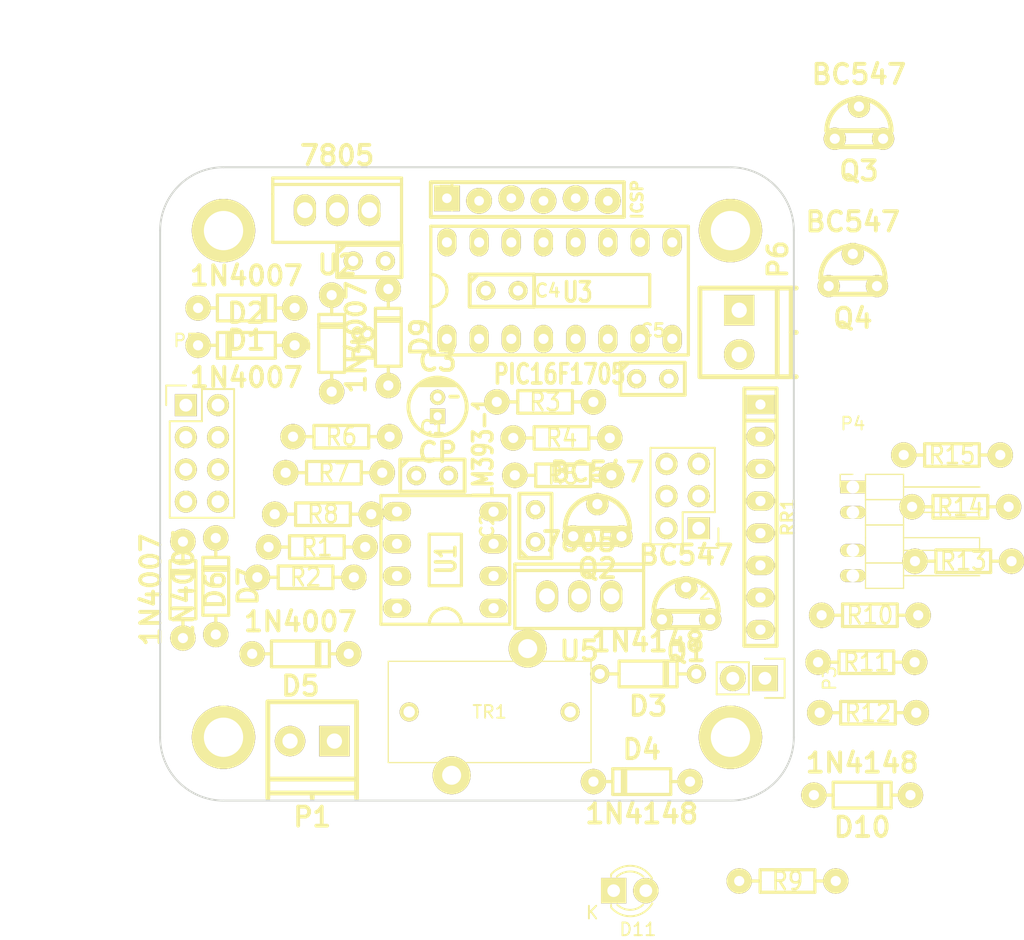
<source format=kicad_pcb>
(kicad_pcb (version 4) (host pcbnew 4.0.2+dfsg1-stable)

  (general
    (links 98)
    (no_connects 98)
    (area 82.000001 67.15 163.37849 141.1442)
    (thickness 1.6)
    (drawings 10)
    (tracks 0)
    (zones 0)
    (modules 53)
    (nets 43)
  )

  (page A4)
  (layers
    (0 F.Cu signal)
    (31 B.Cu signal)
    (32 B.Adhes user)
    (33 F.Adhes user)
    (34 B.Paste user)
    (35 F.Paste user)
    (36 B.SilkS user)
    (37 F.SilkS user)
    (38 B.Mask user)
    (39 F.Mask user)
    (40 Dwgs.User user)
    (41 Cmts.User user)
    (42 Eco1.User user)
    (43 Eco2.User user)
    (44 Edge.Cuts user)
    (45 Margin user)
    (46 B.CrtYd user)
    (47 F.CrtYd user)
    (48 B.Fab user)
    (49 F.Fab user)
  )

  (setup
    (last_trace_width 0.25)
    (trace_clearance 0.2)
    (zone_clearance 0.508)
    (zone_45_only no)
    (trace_min 0.2)
    (segment_width 0.2)
    (edge_width 0.15)
    (via_size 0.6)
    (via_drill 0.4)
    (via_min_size 0.4)
    (via_min_drill 0.3)
    (uvia_size 0.3)
    (uvia_drill 0.1)
    (uvias_allowed no)
    (uvia_min_size 0.2)
    (uvia_min_drill 0.1)
    (pcb_text_width 0.3)
    (pcb_text_size 1.5 1.5)
    (mod_edge_width 0.15)
    (mod_text_size 1 1)
    (mod_text_width 0.15)
    (pad_size 1.5 1.5)
    (pad_drill 0.8)
    (pad_to_mask_clearance 0.2)
    (aux_axis_origin 0 0)
    (visible_elements FFFFFF7F)
    (pcbplotparams
      (layerselection 0x00030_80000001)
      (usegerberextensions false)
      (excludeedgelayer true)
      (linewidth 0.100000)
      (plotframeref false)
      (viasonmask false)
      (mode 1)
      (useauxorigin false)
      (hpglpennumber 1)
      (hpglpenspeed 20)
      (hpglpendiameter 15)
      (hpglpenoverlay 2)
      (psnegative false)
      (psa4output false)
      (plotreference true)
      (plotvalue true)
      (plotinvisibletext false)
      (padsonsilk false)
      (subtractmaskfromsilk false)
      (outputformat 1)
      (mirror false)
      (drillshape 1)
      (scaleselection 1)
      (outputdirectory ""))
  )

  (net 0 "")
  (net 1 "Net-(C1-Pad1)")
  (net 2 "Net-(C1-Pad2)")
  (net 3 "Net-(P2-Pad1)")
  (net 4 "Net-(P2-Pad2)")
  (net 5 "Net-(P2-Pad3)")
  (net 6 "Net-(P2-Pad5)")
  (net 7 "Net-(P2-Pad6)")
  (net 8 "Net-(Q1-Pad2)")
  (net 9 GND)
  (net 10 "Net-(Q2-Pad2)")
  (net 11 "Net-(R1-Pad1)")
  (net 12 "Net-(R5-Pad1)")
  (net 13 "Net-(C2-Pad1)")
  (net 14 VCC)
  (net 15 VDD)
  (net 16 GNDA)
  (net 17 "Net-(D5-Pad1)")
  (net 18 /SDA)
  (net 19 /SCL)
  (net 20 "Net-(P5-Pad2)")
  (net 21 "Net-(U1-Pad5)")
  (net 22 "Net-(U1-Pad6)")
  (net 23 "Net-(U3-Pad8)")
  (net 24 "Net-(U3-Pad9)")
  (net 25 "Net-(C5-Pad1)")
  (net 26 /boost_1)
  (net 27 /boost_2)
  (net 28 /red)
  (net 29 /brown)
  (net 30 "Net-(D10-Pad1)")
  (net 31 "Net-(D11-Pad1)")
  (net 32 "Net-(D11-Pad2)")
  (net 33 /MCLR)
  (net 34 /PGD)
  (net 35 /PGC)
  (net 36 "Net-(JP1-Pad6)")
  (net 37 /PULSE)
  (net 38 /ENABLE)
  (net 39 /SENSE)
  (net 40 "Net-(P7-Pad2)")
  (net 41 "Net-(Q3-Pad2)")
  (net 42 "Net-(Q4-Pad2)")

  (net_class Default "This is the default net class."
    (clearance 0.2)
    (trace_width 0.25)
    (via_dia 0.6)
    (via_drill 0.4)
    (uvia_dia 0.3)
    (uvia_drill 0.1)
    (add_net /ENABLE)
    (add_net /MCLR)
    (add_net /PGC)
    (add_net /PGD)
    (add_net /PULSE)
    (add_net /SCL)
    (add_net /SDA)
    (add_net /SENSE)
    (add_net /boost_1)
    (add_net /boost_2)
    (add_net /brown)
    (add_net /red)
    (add_net GND)
    (add_net GNDA)
    (add_net "Net-(C1-Pad1)")
    (add_net "Net-(C1-Pad2)")
    (add_net "Net-(C2-Pad1)")
    (add_net "Net-(C5-Pad1)")
    (add_net "Net-(D10-Pad1)")
    (add_net "Net-(D11-Pad1)")
    (add_net "Net-(D11-Pad2)")
    (add_net "Net-(D5-Pad1)")
    (add_net "Net-(JP1-Pad6)")
    (add_net "Net-(P2-Pad1)")
    (add_net "Net-(P2-Pad2)")
    (add_net "Net-(P2-Pad3)")
    (add_net "Net-(P2-Pad5)")
    (add_net "Net-(P2-Pad6)")
    (add_net "Net-(P5-Pad2)")
    (add_net "Net-(P7-Pad2)")
    (add_net "Net-(Q1-Pad2)")
    (add_net "Net-(Q2-Pad2)")
    (add_net "Net-(Q3-Pad2)")
    (add_net "Net-(Q4-Pad2)")
    (add_net "Net-(R1-Pad1)")
    (add_net "Net-(R5-Pad1)")
    (add_net "Net-(U1-Pad5)")
    (add_net "Net-(U1-Pad6)")
    (add_net "Net-(U3-Pad8)")
    (add_net "Net-(U3-Pad9)")
    (add_net VCC)
    (add_net VDD)
  )

  (module w_conn_pt-1,5:pt_1,5-2-3,5-h (layer F.Cu) (tedit 586FCD9D) (tstamp 58709C08)
    (at 107 126)
    (descr "2-way 3.5mm pitch terminal block, Phoenix PT series")
    (path /586FB2A0)
    (fp_text reference P1 (at 0 5.3) (layer F.SilkS)
      (effects (font (size 1.5 1.5) (thickness 0.3)))
    )
    (fp_text value CONN_01X02 (at 0 -5) (layer F.SilkS) hide
      (effects (font (size 1.5 1.5) (thickness 0.3)))
    )
    (fp_line (start 0 3.4) (end 0 3.8) (layer F.SilkS) (width 0.381))
    (fp_line (start -3.5 2.3) (end 3.5 2.3) (layer F.SilkS) (width 0.381))
    (fp_line (start -3.5 3.4) (end 3.5 3.4) (layer F.SilkS) (width 0.381))
    (fp_line (start -3.5 -3.8) (end -3.5 3.8) (layer F.SilkS) (width 0.381))
    (fp_line (start 3.5 3.8) (end 3.5 -3.8) (layer F.SilkS) (width 0.381))
    (fp_line (start 3.5 -3.8) (end -3.5 -3.8) (layer F.SilkS) (width 0.381))
    (pad 2 thru_hole circle (at -1.75 -0.7) (size 2.4 2.4) (drill 1.2) (layers *.Cu *.Mask F.SilkS)
      (net 27 /boost_2))
    (pad 1 thru_hole rect (at 1.75 -0.7) (size 2.4 2.4) (drill 1.2) (layers *.Cu *.Mask F.SilkS)
      (net 26 /boost_1))
    (model walter/conn_pt-1_5/pt_1,5-2-3,5-h.wrl
      (at (xyz 0 0 0))
      (scale (xyz 1 1 1))
      (rotate (xyz 0 0 0))
    )
  )

  (module Connect:1pin (layer F.Cu) (tedit 586FCE1E) (tstamp 58722E34)
    (at 100 85)
    (descr "module 1 pin (ou trou mecanique de percage)")
    (tags DEV)
    (fp_text reference REF** (at 0 -3.048) (layer F.SilkS) hide
      (effects (font (size 1 1) (thickness 0.15)))
    )
    (fp_text value 1pin (at 0 2.794) (layer F.Fab)
      (effects (font (size 1 1) (thickness 0.15)))
    )
    (fp_circle (center 0 0) (end 0 -2.286) (layer F.SilkS) (width 0.15))
    (pad 1 thru_hole circle (at 0 0) (size 5 5) (drill 3.1) (layers *.Cu *.Mask F.SilkS))
  )

  (module Connect:1pin (layer F.Cu) (tedit 586FCE17) (tstamp 58722E38)
    (at 140 85)
    (descr "module 1 pin (ou trou mecanique de percage)")
    (tags DEV)
    (fp_text reference REF** (at 0 -3.048) (layer F.SilkS) hide
      (effects (font (size 1 1) (thickness 0.15)))
    )
    (fp_text value 1pin (at 0 2.794) (layer F.Fab)
      (effects (font (size 1 1) (thickness 0.15)))
    )
    (fp_circle (center 0 0) (end 0 -2.286) (layer F.SilkS) (width 0.15))
    (pad 1 thru_hole circle (at 0 0) (size 5 5) (drill 3.1) (layers *.Cu *.Mask F.SilkS))
  )

  (module Connect:1pin (layer F.Cu) (tedit 586FCE0A) (tstamp 58722E94)
    (at 140 125)
    (descr "module 1 pin (ou trou mecanique de percage)")
    (tags DEV)
    (fp_text reference REF** (at 0 -3.048) (layer F.SilkS) hide
      (effects (font (size 1 1) (thickness 0.15)))
    )
    (fp_text value 1pin (at 0 2.794) (layer F.Fab)
      (effects (font (size 1 1) (thickness 0.15)))
    )
    (fp_circle (center 0 0) (end 0 -2.286) (layer F.SilkS) (width 0.15))
    (pad 1 thru_hole circle (at 0 0) (size 5 5) (drill 3.1) (layers *.Cu *.Mask F.SilkS))
  )

  (module Connect:1pin (layer F.Cu) (tedit 586FCE01) (tstamp 58722E95)
    (at 100 125)
    (descr "module 1 pin (ou trou mecanique de percage)")
    (tags DEV)
    (fp_text reference REF** (at 0 -3.048) (layer F.SilkS) hide
      (effects (font (size 1 1) (thickness 0.15)))
    )
    (fp_text value 1pin (at 0 2.794) (layer F.Fab)
      (effects (font (size 1 1) (thickness 0.15)))
    )
    (fp_circle (center 0 0) (end 0 -2.286) (layer F.SilkS) (width 0.15))
    (pad 1 thru_hole circle (at 0 0) (size 5 5) (drill 3.1) (layers *.Cu *.Mask F.SilkS))
  )

  (module w_to:to92_3 (layer F.Cu) (tedit 0) (tstamp 5872E5E8)
    (at 136.4996 115.062)
    (descr TO92)
    (path /586FC8B6)
    (fp_text reference Q1 (at 0 3.175) (layer F.SilkS)
      (effects (font (thickness 0.3048)))
    )
    (fp_text value BC547 (at 0 -4.445) (layer F.SilkS)
      (effects (font (thickness 0.3048)))
    )
    (fp_line (start 2.54 0) (end -2.54 0) (layer F.SilkS) (width 0.381))
    (fp_line (start 2.54 0) (end 1.905 1.27) (layer F.SilkS) (width 0.381))
    (fp_line (start 1.905 1.27) (end -1.905 1.27) (layer F.SilkS) (width 0.381))
    (fp_line (start -1.905 1.27) (end -2.54 0) (layer F.SilkS) (width 0.381))
    (fp_arc (start 0 0) (end 0 -2.54) (angle 90) (layer F.SilkS) (width 0.381))
    (fp_arc (start 0 0) (end -2.54 0) (angle 90) (layer F.SilkS) (width 0.381))
    (pad 1 thru_hole circle (at 1.905 0.635) (size 1.75006 1.75006) (drill 0.8001) (layers *.Cu *.Mask F.SilkS)
      (net 7 "Net-(P2-Pad6)"))
    (pad 2 thru_hole circle (at 0 -1.905) (size 1.75006 1.75006) (drill 0.8001) (layers *.Cu *.Mask F.SilkS)
      (net 8 "Net-(Q1-Pad2)"))
    (pad 3 thru_hole circle (at -1.905 0.635) (size 1.75006 1.75006) (drill 0.8001) (layers *.Cu *.Mask F.SilkS)
      (net 9 GND))
    (model walter/to/to92_3.wrl
      (at (xyz 0 0 0))
      (scale (xyz 1 1 1))
      (rotate (xyz 0 0 0))
    )
  )

  (module w_pth_circuits:dil_8-300_socket (layer F.Cu) (tedit 56A65218) (tstamp 5872E635)
    (at 117.5 111 90)
    (descr "IC, DIL8 x 0,3\", with socket")
    (tags DIL)
    (path /588F2743)
    (fp_text reference U1 (at 0.0635 0.0635 90) (layer F.SilkS)
      (effects (font (size 1.524 1.143) (thickness 0.28702)))
    )
    (fp_text value LM393-1 (at 8.8265 2.9845 90) (layer F.SilkS)
      (effects (font (size 1.524 1.143) (thickness 0.28702)))
    )
    (fp_line (start 2.032 1.27) (end -2.032 1.27) (layer F.SilkS) (width 0.254))
    (fp_line (start -2.032 -1.27) (end 2.032 -1.27) (layer F.SilkS) (width 0.254))
    (fp_line (start 5.08 5.08) (end -5.08 5.08) (layer F.SilkS) (width 0.254))
    (fp_line (start 5.08 -5.08) (end -5.08 -5.08) (layer F.SilkS) (width 0.254))
    (fp_arc (start -5.08 0) (end -5.08 -1.27) (angle 90) (layer F.SilkS) (width 0.254))
    (fp_arc (start -5.08 0) (end -3.81 0) (angle 90) (layer F.SilkS) (width 0.254))
    (fp_line (start -2.032 -1.27) (end -2.032 1.27) (layer F.SilkS) (width 0.254))
    (fp_line (start 2.032 1.27) (end 2.032 -1.27) (layer F.SilkS) (width 0.254))
    (fp_line (start 5.08 -5.08) (end 5.08 5.08) (layer F.SilkS) (width 0.254))
    (fp_line (start -5.08 5.08) (end -5.08 -5.08) (layer F.SilkS) (width 0.254))
    (pad 1 thru_hole oval (at -3.81 3.81 90) (size 1.50114 2.19964) (drill 0.8001) (layers *.Cu *.Mask F.SilkS)
      (net 12 "Net-(R5-Pad1)"))
    (pad 2 thru_hole oval (at -1.27 3.81 90) (size 1.50114 2.19964) (drill 0.8001) (layers *.Cu *.Mask F.SilkS)
      (net 11 "Net-(R1-Pad1)"))
    (pad 3 thru_hole oval (at 1.27 3.81 90) (size 1.50114 2.19964) (drill 0.8001) (layers *.Cu *.Mask F.SilkS)
      (net 2 "Net-(C1-Pad2)"))
    (pad 4 thru_hole oval (at 3.81 3.81 90) (size 1.50114 2.19964) (drill 0.8001) (layers *.Cu *.Mask F.SilkS)
      (net 9 GND))
    (pad 5 thru_hole oval (at 3.81 -3.81 90) (size 1.50114 2.19964) (drill 0.8001) (layers *.Cu *.Mask F.SilkS)
      (net 21 "Net-(U1-Pad5)"))
    (pad 6 thru_hole oval (at 1.27 -3.81 90) (size 1.50114 2.19964) (drill 0.8001) (layers *.Cu *.Mask F.SilkS)
      (net 22 "Net-(U1-Pad6)"))
    (pad 7 thru_hole oval (at -1.27 -3.81 90) (size 1.50114 2.19964) (drill 0.8001) (layers *.Cu *.Mask F.SilkS)
      (net 22 "Net-(U1-Pad6)"))
    (pad 8 thru_hole oval (at -3.81 -3.81 90) (size 1.50114 2.19964) (drill 0.8001) (layers *.Cu *.Mask F.SilkS)
      (net 14 VCC))
    (model walter/pth_circuits/dil_8-300_socket.wrl
      (at (xyz 0 0 0))
      (scale (xyz 1 1 1))
      (rotate (xyz 0 0 0))
    )
  )

  (module Pin_Headers:Pin_Header_Angled_1x04 (layer F.Cu) (tedit 0) (tstamp 5892D119)
    (at 149.6568 105.2426)
    (descr "Through hole pin header")
    (tags "pin header")
    (path /5890E270)
    (fp_text reference P4 (at 0 -5) (layer F.SilkS)
      (effects (font (size 1 1) (thickness 0.15)))
    )
    (fp_text value "Grove I2C" (at 0 -3) (layer F.Fab)
      (effects (font (size 1 1) (thickness 0.15)))
    )
    (fp_line (start -1 -1) (end -1 9) (layer F.CrtYd) (width 0))
    (fp_line (start 10 -1) (end 10 9) (layer F.CrtYd) (width 0))
    (fp_line (start -1 -1) (end 10 -1) (layer F.CrtYd) (width 0))
    (fp_line (start -1 9) (end 10 9) (layer F.CrtYd) (width 0))
    (fp_line (start -1 -1) (end -1 0) (layer F.SilkS) (width 0))
    (fp_line (start 0 -1) (end -1 -1) (layer F.SilkS) (width 0))
    (fp_line (start 4 0) (end 10 0) (layer F.SilkS) (width 0))
    (fp_line (start 10 0) (end 10 0) (layer F.SilkS) (width 0))
    (fp_line (start 10 0) (end 4 0) (layer F.SilkS) (width 0))
    (fp_line (start 4 0) (end 4 0) (layer F.SilkS) (width 0))
    (fp_line (start 4 0) (end 10 0) (layer F.SilkS) (width 0))
    (fp_line (start 1 0) (end 1 0) (layer F.SilkS) (width 0))
    (fp_line (start 1 0) (end 1 0) (layer F.SilkS) (width 0))
    (fp_line (start 1 2) (end 1 2) (layer F.SilkS) (width 0))
    (fp_line (start 1 2) (end 1 2) (layer F.SilkS) (width 0))
    (fp_line (start 1 4) (end 1 4) (layer F.SilkS) (width 0))
    (fp_line (start 1 5) (end 1 5) (layer F.SilkS) (width 0))
    (fp_line (start 1 7) (end 1 7) (layer F.SilkS) (width 0))
    (fp_line (start 1 7) (end 1 7) (layer F.SilkS) (width 0))
    (fp_line (start 1 -1) (end 4 -1) (layer F.SilkS) (width 0))
    (fp_line (start 1 1) (end 4 1) (layer F.SilkS) (width 0))
    (fp_line (start 1 1) (end 1 3) (layer F.SilkS) (width 0))
    (fp_line (start 1 3) (end 4 3) (layer F.SilkS) (width 0))
    (fp_line (start 4 2) (end 10 2) (layer F.SilkS) (width 0))
    (fp_line (start 10 2) (end 10 2) (layer F.SilkS) (width 0))
    (fp_line (start 10 2) (end 4 2) (layer F.SilkS) (width 0))
    (fp_line (start 4 3) (end 4 1) (layer F.SilkS) (width 0))
    (fp_line (start 4 1) (end 4 -1) (layer F.SilkS) (width 0))
    (fp_line (start 10 0) (end 4 0) (layer F.SilkS) (width 0))
    (fp_line (start 10 0) (end 10 0) (layer F.SilkS) (width 0))
    (fp_line (start 4 0) (end 10 0) (layer F.SilkS) (width 0))
    (fp_line (start 1 1) (end 4 1) (layer F.SilkS) (width 0))
    (fp_line (start 1 -1) (end 1 1) (layer F.SilkS) (width 0))
    (fp_line (start 1 6) (end 4 6) (layer F.SilkS) (width 0))
    (fp_line (start 1 6) (end 1 8) (layer F.SilkS) (width 0))
    (fp_line (start 1 8) (end 4 8) (layer F.SilkS) (width 0))
    (fp_line (start 4 7) (end 10 7) (layer F.SilkS) (width 0))
    (fp_line (start 10 7) (end 10 7) (layer F.SilkS) (width 0))
    (fp_line (start 10 7) (end 4 7) (layer F.SilkS) (width 0))
    (fp_line (start 4 8) (end 4 6) (layer F.SilkS) (width 0))
    (fp_line (start 4 6) (end 4 3) (layer F.SilkS) (width 0))
    (fp_line (start 10 5) (end 4 5) (layer F.SilkS) (width 0))
    (fp_line (start 10 4) (end 10 5) (layer F.SilkS) (width 0))
    (fp_line (start 4 4) (end 10 4) (layer F.SilkS) (width 0))
    (fp_line (start 1 6) (end 4 6) (layer F.SilkS) (width 0))
    (fp_line (start 1 3) (end 1 6) (layer F.SilkS) (width 0))
    (fp_line (start 1 3) (end 4 3) (layer F.SilkS) (width 0))
    (pad 1 thru_hole rect (at 0 0) (size 2 1) (drill 1) (layers *.Cu *.Mask F.SilkS)
      (net 16 GNDA))
    (pad 2 thru_hole oval (at 0 2) (size 2 1) (drill 1) (layers *.Cu *.Mask F.SilkS)
      (net 15 VDD))
    (pad 3 thru_hole oval (at 0 5) (size 2 1) (drill 1) (layers *.Cu *.Mask F.SilkS)
      (net 18 /SDA))
    (pad 4 thru_hole oval (at 0 7) (size 2 1) (drill 1) (layers *.Cu *.Mask F.SilkS)
      (net 19 /SCL))
    (model Pin_Headers.3dshapes/Pin_Header_Angled_1x04.wrl
      (at (xyz 0 -0 0))
      (scale (xyz 1 1 1))
      (rotate (xyz 0 0 90))
    )
  )

  (module Pin_Headers:Pin_Header_Straight_2x04 (layer F.Cu) (tedit 0) (tstamp 58934E9B)
    (at 97.028 98.7806)
    (descr "Through hole pin header")
    (tags "pin header")
    (path /5890DF25)
    (fp_text reference P5 (at 0 -5.1) (layer F.SilkS)
      (effects (font (size 1 1) (thickness 0.15)))
    )
    (fp_text value IBT-2 (at 0 -3.1) (layer F.Fab)
      (effects (font (size 1 1) (thickness 0.15)))
    )
    (fp_line (start -1.75 -1.75) (end -1.75 9.4) (layer F.CrtYd) (width 0.05))
    (fp_line (start 4.3 -1.75) (end 4.3 9.4) (layer F.CrtYd) (width 0.05))
    (fp_line (start -1.75 -1.75) (end 4.3 -1.75) (layer F.CrtYd) (width 0.05))
    (fp_line (start -1.75 9.4) (end 4.3 9.4) (layer F.CrtYd) (width 0.05))
    (fp_line (start -1.27 1.27) (end -1.27 8.89) (layer F.SilkS) (width 0.15))
    (fp_line (start -1.27 8.89) (end 3.81 8.89) (layer F.SilkS) (width 0.15))
    (fp_line (start 3.81 8.89) (end 3.81 -1.27) (layer F.SilkS) (width 0.15))
    (fp_line (start 3.81 -1.27) (end 1.27 -1.27) (layer F.SilkS) (width 0.15))
    (fp_line (start 0 -1.55) (end -1.55 -1.55) (layer F.SilkS) (width 0.15))
    (fp_line (start 1.27 -1.27) (end 1.27 1.27) (layer F.SilkS) (width 0.15))
    (fp_line (start 1.27 1.27) (end -1.27 1.27) (layer F.SilkS) (width 0.15))
    (fp_line (start -1.55 -1.55) (end -1.55 0) (layer F.SilkS) (width 0.15))
    (pad 1 thru_hole rect (at 0 0) (size 1.7272 1.7272) (drill 1.016) (layers *.Cu *.Mask F.SilkS)
      (net 37 /PULSE))
    (pad 2 thru_hole oval (at 2.54 0) (size 1.7272 1.7272) (drill 1.016) (layers *.Cu *.Mask F.SilkS)
      (net 20 "Net-(P5-Pad2)"))
    (pad 3 thru_hole oval (at 0 2.54) (size 1.7272 1.7272) (drill 1.016) (layers *.Cu *.Mask F.SilkS)
      (net 38 /ENABLE))
    (pad 4 thru_hole oval (at 2.54 2.54) (size 1.7272 1.7272) (drill 1.016) (layers *.Cu *.Mask F.SilkS)
      (net 38 /ENABLE))
    (pad 5 thru_hole oval (at 0 5.08) (size 1.7272 1.7272) (drill 1.016) (layers *.Cu *.Mask F.SilkS)
      (net 39 /SENSE))
    (pad 6 thru_hole oval (at 2.54 5.08) (size 1.7272 1.7272) (drill 1.016) (layers *.Cu *.Mask F.SilkS)
      (net 39 /SENSE))
    (pad 7 thru_hole oval (at 0 7.62) (size 1.7272 1.7272) (drill 1.016) (layers *.Cu *.Mask F.SilkS)
      (net 15 VDD))
    (pad 8 thru_hole oval (at 2.54 7.62) (size 1.7272 1.7272) (drill 1.016) (layers *.Cu *.Mask F.SilkS)
      (net 16 GNDA))
    (model Pin_Headers.3dshapes/Pin_Header_Straight_2x04.wrl
      (at (xyz 0.05 -0.15 0))
      (scale (xyz 1 1 1))
      (rotate (xyz 0 0 90))
    )
  )

  (module w_pth_circuits:dil_16-300_socket (layer F.Cu) (tedit 56A79FD0) (tstamp 58934EAF)
    (at 126.5174 89.7382)
    (descr "IC, DIL16 x 0,3\", with socket")
    (tags DIL)
    (path /58910137)
    (fp_text reference U3 (at 1.4224 0.127) (layer F.SilkS)
      (effects (font (size 1.524 1.143) (thickness 0.28702)))
    )
    (fp_text value PIC16F1705 (at 0 6.604) (layer F.SilkS)
      (effects (font (size 1.524 1.143) (thickness 0.28702)))
    )
    (fp_line (start 7.112 1.27) (end -7.112 1.27) (layer F.SilkS) (width 0.254))
    (fp_line (start -7.112 -1.27) (end 7.112 -1.27) (layer F.SilkS) (width 0.254))
    (fp_line (start 10.16 -5.08) (end -10.16 -5.08) (layer F.SilkS) (width 0.254))
    (fp_line (start -10.16 5.08) (end 10.16 5.08) (layer F.SilkS) (width 0.254))
    (fp_arc (start -10.16 0) (end -10.16 -1.27) (angle 90) (layer F.SilkS) (width 0.254))
    (fp_arc (start -10.16 0) (end -8.89 0) (angle 90) (layer F.SilkS) (width 0.254))
    (fp_line (start -7.112 -1.27) (end -7.112 1.27) (layer F.SilkS) (width 0.254))
    (fp_line (start 7.112 1.27) (end 7.112 -1.27) (layer F.SilkS) (width 0.254))
    (fp_line (start 10.16 -5.08) (end 10.16 5.08) (layer F.SilkS) (width 0.254))
    (fp_line (start -10.16 5.08) (end -10.16 -5.08) (layer F.SilkS) (width 0.254))
    (pad 1 thru_hole oval (at -8.89 3.81) (size 1.50114 2.19964) (drill 0.8001) (layers *.Cu *.Mask F.SilkS)
      (net 15 VDD))
    (pad 2 thru_hole oval (at -6.35 3.81) (size 1.50114 2.19964) (drill 0.8001) (layers *.Cu *.Mask F.SilkS)
      (net 19 /SCL))
    (pad 3 thru_hole oval (at -3.81 3.81) (size 1.50114 2.19964) (drill 0.8001) (layers *.Cu *.Mask F.SilkS)
      (net 18 /SDA))
    (pad 4 thru_hole oval (at -1.27 3.81) (size 1.50114 2.19964) (drill 0.8001) (layers *.Cu *.Mask F.SilkS)
      (net 33 /MCLR))
    (pad 5 thru_hole oval (at 1.27 3.81) (size 1.50114 2.19964) (drill 0.8001) (layers *.Cu *.Mask F.SilkS)
      (net 31 "Net-(D11-Pad1)"))
    (pad 6 thru_hole oval (at 3.81 3.81) (size 1.50114 2.19964) (drill 0.8001) (layers *.Cu *.Mask F.SilkS)
      (net 38 /ENABLE))
    (pad 7 thru_hole oval (at 6.35 3.81) (size 1.50114 2.19964) (drill 0.8001) (layers *.Cu *.Mask F.SilkS)
      (net 37 /PULSE))
    (pad 8 thru_hole oval (at 8.89 3.81) (size 1.50114 2.19964) (drill 0.8001) (layers *.Cu *.Mask F.SilkS)
      (net 23 "Net-(U3-Pad8)"))
    (pad 9 thru_hole oval (at 8.89 -3.81) (size 1.50114 2.19964) (drill 0.8001) (layers *.Cu *.Mask F.SilkS)
      (net 24 "Net-(U3-Pad9)"))
    (pad 10 thru_hole oval (at 6.35 -3.81) (size 1.50114 2.19964) (drill 0.8001) (layers *.Cu *.Mask F.SilkS)
      (net 39 /SENSE))
    (pad 11 thru_hole oval (at 3.81 -3.81) (size 1.50114 2.19964) (drill 0.8001) (layers *.Cu *.Mask F.SilkS)
      (net 40 "Net-(P7-Pad2)"))
    (pad 12 thru_hole oval (at 1.27 -3.81) (size 1.50114 2.19964) (drill 0.8001) (layers *.Cu *.Mask F.SilkS)
      (net 35 /PGC))
    (pad 13 thru_hole oval (at -1.27 -3.81) (size 1.50114 2.19964) (drill 0.8001) (layers *.Cu *.Mask F.SilkS)
      (net 34 /PGD))
    (pad 14 thru_hole oval (at -3.81 -3.81) (size 1.50114 2.19964) (drill 0.8001) (layers *.Cu *.Mask F.SilkS)
      (net 16 GNDA))
    (pad 15 thru_hole oval (at -6.35 -3.81) (size 1.50114 2.19964) (drill 0.8001) (layers *.Cu *.Mask F.SilkS))
    (pad 16 thru_hole oval (at -8.89 -3.81) (size 1.50114 2.19964) (drill 0.8001) (layers *.Cu *.Mask F.SilkS))
    (model walter/pth_circuits/dil_16-300_socket.wrl
      (at (xyz 0 0 0))
      (scale (xyz 1 1 1))
      (rotate (xyz 0 0 0))
    )
  )

  (module w_capacitors:cnp_3mm_disc (layer F.Cu) (tedit 0) (tstamp 58945EEF)
    (at 116.4844 104.3432)
    (descr "Small ceramic capacitor")
    (tags C)
    (path /586FB781)
    (fp_text reference C1 (at 0 -3.81) (layer F.SilkS)
      (effects (font (size 1.016 1.016) (thickness 0.2032)))
    )
    (fp_text value 100nF (at 0 -2.286) (layer F.SilkS) hide
      (effects (font (size 1.016 1.016) (thickness 0.2032)))
    )
    (fp_line (start -2.4892 -1.27) (end 2.54 -1.27) (layer F.SilkS) (width 0.3048))
    (fp_line (start 2.54 -1.27) (end 2.54 1.27) (layer F.SilkS) (width 0.3048))
    (fp_line (start 2.54 1.27) (end -2.54 1.27) (layer F.SilkS) (width 0.3048))
    (fp_line (start -2.54 1.27) (end -2.54 -1.27) (layer F.SilkS) (width 0.3048))
    (fp_line (start -2.54 -0.635) (end -1.905 -1.27) (layer F.SilkS) (width 0.3048))
    (pad 1 thru_hole circle (at -1.27 0) (size 1.50114 1.50114) (drill 0.8001) (layers *.Cu *.Mask F.SilkS)
      (net 1 "Net-(C1-Pad1)"))
    (pad 2 thru_hole circle (at 1.27 0) (size 1.50114 1.50114) (drill 0.8001) (layers *.Cu *.Mask F.SilkS)
      (net 2 "Net-(C1-Pad2)"))
    (model walter/capacitors/cnp_3mm_disc.wrl
      (at (xyz 0 0 0))
      (scale (xyz 1 1 1))
      (rotate (xyz 0 0 0))
    )
  )

  (module w_capacitors:cnp_3mm_disc (layer F.Cu) (tedit 0) (tstamp 58945EFA)
    (at 124.6124 108.3056 90)
    (descr "Small ceramic capacitor")
    (tags C)
    (path /5890CBD2)
    (fp_text reference C2 (at 0 -3.81 90) (layer F.SilkS)
      (effects (font (size 1.016 1.016) (thickness 0.2032)))
    )
    (fp_text value 100nF (at 0 -2.286 90) (layer F.SilkS) hide
      (effects (font (size 1.016 1.016) (thickness 0.2032)))
    )
    (fp_line (start -2.4892 -1.27) (end 2.54 -1.27) (layer F.SilkS) (width 0.3048))
    (fp_line (start 2.54 -1.27) (end 2.54 1.27) (layer F.SilkS) (width 0.3048))
    (fp_line (start 2.54 1.27) (end -2.54 1.27) (layer F.SilkS) (width 0.3048))
    (fp_line (start -2.54 1.27) (end -2.54 -1.27) (layer F.SilkS) (width 0.3048))
    (fp_line (start -2.54 -0.635) (end -1.905 -1.27) (layer F.SilkS) (width 0.3048))
    (pad 1 thru_hole circle (at -1.27 0 90) (size 1.50114 1.50114) (drill 0.8001) (layers *.Cu *.Mask F.SilkS)
      (net 13 "Net-(C2-Pad1)"))
    (pad 2 thru_hole circle (at 1.27 0 90) (size 1.50114 1.50114) (drill 0.8001) (layers *.Cu *.Mask F.SilkS)
      (net 9 GND))
    (model walter/capacitors/cnp_3mm_disc.wrl
      (at (xyz 0 0 0))
      (scale (xyz 1 1 1))
      (rotate (xyz 0 0 0))
    )
  )

  (module w_capacitors:cnp_3mm_disc (layer F.Cu) (tedit 0) (tstamp 58945F05)
    (at 121.9708 89.7382)
    (descr "Small ceramic capacitor")
    (tags C)
    (path /5891F2DD)
    (fp_text reference C4 (at 3.6068 0) (layer F.SilkS)
      (effects (font (size 1.016 1.016) (thickness 0.2032)))
    )
    (fp_text value 100nF (at 0 -2.286) (layer F.SilkS) hide
      (effects (font (size 1.016 1.016) (thickness 0.2032)))
    )
    (fp_line (start -2.4892 -1.27) (end 2.54 -1.27) (layer F.SilkS) (width 0.3048))
    (fp_line (start 2.54 -1.27) (end 2.54 1.27) (layer F.SilkS) (width 0.3048))
    (fp_line (start 2.54 1.27) (end -2.54 1.27) (layer F.SilkS) (width 0.3048))
    (fp_line (start -2.54 1.27) (end -2.54 -1.27) (layer F.SilkS) (width 0.3048))
    (fp_line (start -2.54 -0.635) (end -1.905 -1.27) (layer F.SilkS) (width 0.3048))
    (pad 1 thru_hole circle (at -1.27 0) (size 1.50114 1.50114) (drill 0.8001) (layers *.Cu *.Mask F.SilkS)
      (net 15 VDD))
    (pad 2 thru_hole circle (at 1.27 0) (size 1.50114 1.50114) (drill 0.8001) (layers *.Cu *.Mask F.SilkS)
      (net 16 GNDA))
    (model walter/capacitors/cnp_3mm_disc.wrl
      (at (xyz 0 0 0))
      (scale (xyz 1 1 1))
      (rotate (xyz 0 0 0))
    )
  )

  (module w_pth_diodes:diode_do35 (layer F.Cu) (tedit 0) (tstamp 58945F0B)
    (at 101.8032 91.1098)
    (descr "Diode, DO-35 package")
    (path /586FB141)
    (fp_text reference D1 (at 0 2.54) (layer F.SilkS)
      (effects (font (thickness 0.3048)))
    )
    (fp_text value 1N4007 (at 0 -2.54) (layer F.SilkS)
      (effects (font (thickness 0.3048)))
    )
    (fp_line (start 1.524 1.016) (end 1.524 -1.016) (layer F.SilkS) (width 0.254))
    (fp_line (start 1.27 -1.016) (end 1.27 1.016) (layer F.SilkS) (width 0.254))
    (fp_line (start 3.81 0) (end 2.286 0) (layer F.SilkS) (width 0.254))
    (fp_line (start -2.286 0) (end -3.81 0) (layer F.SilkS) (width 0.254))
    (fp_line (start -2.286 -1.016) (end 2.286 -1.016) (layer F.SilkS) (width 0.254))
    (fp_line (start 2.286 -1.016) (end 2.286 1.016) (layer F.SilkS) (width 0.254))
    (fp_line (start 2.286 1.016) (end -2.286 1.016) (layer F.SilkS) (width 0.254))
    (fp_line (start -2.286 1.016) (end -2.286 -1.016) (layer F.SilkS) (width 0.254))
    (pad 1 thru_hole circle (at -3.81 0) (size 1.99898 1.99898) (drill 0.8001) (layers *.Cu *.Mask F.SilkS)
      (net 26 /boost_1))
    (pad 2 thru_hole circle (at 3.81 0) (size 1.99898 1.99898) (drill 0.8001) (layers *.Cu *.Mask F.SilkS)
      (net 27 /boost_2))
    (model walter/pth_diodes/diode_do35.wrl
      (at (xyz 0 0 0))
      (scale (xyz 1 1 1))
      (rotate (xyz 0 0 0))
    )
  )

  (module w_pth_diodes:diode_do35 (layer F.Cu) (tedit 0) (tstamp 58945F11)
    (at 101.8032 94.0562 180)
    (descr "Diode, DO-35 package")
    (path /586FB1AE)
    (fp_text reference D2 (at 0 2.54 180) (layer F.SilkS)
      (effects (font (thickness 0.3048)))
    )
    (fp_text value 1N4007 (at 0 -2.54 180) (layer F.SilkS)
      (effects (font (thickness 0.3048)))
    )
    (fp_line (start 1.524 1.016) (end 1.524 -1.016) (layer F.SilkS) (width 0.254))
    (fp_line (start 1.27 -1.016) (end 1.27 1.016) (layer F.SilkS) (width 0.254))
    (fp_line (start 3.81 0) (end 2.286 0) (layer F.SilkS) (width 0.254))
    (fp_line (start -2.286 0) (end -3.81 0) (layer F.SilkS) (width 0.254))
    (fp_line (start -2.286 -1.016) (end 2.286 -1.016) (layer F.SilkS) (width 0.254))
    (fp_line (start 2.286 -1.016) (end 2.286 1.016) (layer F.SilkS) (width 0.254))
    (fp_line (start 2.286 1.016) (end -2.286 1.016) (layer F.SilkS) (width 0.254))
    (fp_line (start -2.286 1.016) (end -2.286 -1.016) (layer F.SilkS) (width 0.254))
    (pad 1 thru_hole circle (at -3.81 0 180) (size 1.99898 1.99898) (drill 0.8001) (layers *.Cu *.Mask F.SilkS)
      (net 27 /boost_2))
    (pad 2 thru_hole circle (at 3.81 0 180) (size 1.99898 1.99898) (drill 0.8001) (layers *.Cu *.Mask F.SilkS)
      (net 26 /boost_1))
    (model walter/pth_diodes/diode_do35.wrl
      (at (xyz 0 0 0))
      (scale (xyz 1 1 1))
      (rotate (xyz 0 0 0))
    )
  )

  (module w_pth_diodes:diode_do35 (layer F.Cu) (tedit 5891E6C8) (tstamp 58945F17)
    (at 133.5 120)
    (descr "Diode, DO-35 package")
    (path /586FB68D)
    (fp_text reference D3 (at 0 2.54) (layer F.SilkS)
      (effects (font (thickness 0.3048)))
    )
    (fp_text value 1N4148 (at 0 -2.54) (layer F.SilkS)
      (effects (font (thickness 0.3048)))
    )
    (fp_line (start 1.524 1.016) (end 1.524 -1.016) (layer F.SilkS) (width 0.254))
    (fp_line (start 1.27 -1.016) (end 1.27 1.016) (layer F.SilkS) (width 0.254))
    (fp_line (start 3.81 0) (end 2.286 0) (layer F.SilkS) (width 0.254))
    (fp_line (start -2.286 0) (end -3.81 0) (layer F.SilkS) (width 0.254))
    (fp_line (start -2.286 -1.016) (end 2.286 -1.016) (layer F.SilkS) (width 0.254))
    (fp_line (start 2.286 -1.016) (end 2.286 1.016) (layer F.SilkS) (width 0.254))
    (fp_line (start 2.286 1.016) (end -2.286 1.016) (layer F.SilkS) (width 0.254))
    (fp_line (start -2.286 1.016) (end -2.286 -1.016) (layer F.SilkS) (width 0.254))
    (pad 1 thru_hole circle (at -3.81 0) (size 1.5 1.5) (drill 0.8) (layers *.Cu *.Mask F.SilkS)
      (net 2 "Net-(C1-Pad2)"))
    (pad 2 thru_hole circle (at 3.81 0) (size 1.5 1.5) (drill 0.8) (layers *.Cu *.Mask F.SilkS)
      (net 1 "Net-(C1-Pad1)"))
    (model walter/pth_diodes/diode_do35.wrl
      (at (xyz 0 0 0))
      (scale (xyz 1 1 1))
      (rotate (xyz 0 0 0))
    )
  )

  (module w_pth_diodes:diode_do35 (layer F.Cu) (tedit 0) (tstamp 58945F1D)
    (at 133 128.5 180)
    (descr "Diode, DO-35 package")
    (path /586FB6CE)
    (fp_text reference D4 (at 0 2.54 180) (layer F.SilkS)
      (effects (font (thickness 0.3048)))
    )
    (fp_text value 1N4148 (at 0 -2.54 180) (layer F.SilkS)
      (effects (font (thickness 0.3048)))
    )
    (fp_line (start 1.524 1.016) (end 1.524 -1.016) (layer F.SilkS) (width 0.254))
    (fp_line (start 1.27 -1.016) (end 1.27 1.016) (layer F.SilkS) (width 0.254))
    (fp_line (start 3.81 0) (end 2.286 0) (layer F.SilkS) (width 0.254))
    (fp_line (start -2.286 0) (end -3.81 0) (layer F.SilkS) (width 0.254))
    (fp_line (start -2.286 -1.016) (end 2.286 -1.016) (layer F.SilkS) (width 0.254))
    (fp_line (start 2.286 -1.016) (end 2.286 1.016) (layer F.SilkS) (width 0.254))
    (fp_line (start 2.286 1.016) (end -2.286 1.016) (layer F.SilkS) (width 0.254))
    (fp_line (start -2.286 1.016) (end -2.286 -1.016) (layer F.SilkS) (width 0.254))
    (pad 1 thru_hole circle (at -3.81 0 180) (size 1.99898 1.99898) (drill 0.8001) (layers *.Cu *.Mask F.SilkS)
      (net 1 "Net-(C1-Pad1)"))
    (pad 2 thru_hole circle (at 3.81 0 180) (size 1.99898 1.99898) (drill 0.8001) (layers *.Cu *.Mask F.SilkS)
      (net 2 "Net-(C1-Pad2)"))
    (model walter/pth_diodes/diode_do35.wrl
      (at (xyz 0 0 0))
      (scale (xyz 1 1 1))
      (rotate (xyz 0 0 0))
    )
  )

  (module w_pth_diodes:diode_do35 (layer F.Cu) (tedit 0) (tstamp 58945F23)
    (at 106.0704 118.4148)
    (descr "Diode, DO-35 package")
    (path /5890D6E1)
    (fp_text reference D5 (at 0 2.54) (layer F.SilkS)
      (effects (font (thickness 0.3048)))
    )
    (fp_text value 1N4007 (at 0 -2.54) (layer F.SilkS)
      (effects (font (thickness 0.3048)))
    )
    (fp_line (start 1.524 1.016) (end 1.524 -1.016) (layer F.SilkS) (width 0.254))
    (fp_line (start 1.27 -1.016) (end 1.27 1.016) (layer F.SilkS) (width 0.254))
    (fp_line (start 3.81 0) (end 2.286 0) (layer F.SilkS) (width 0.254))
    (fp_line (start -2.286 0) (end -3.81 0) (layer F.SilkS) (width 0.254))
    (fp_line (start -2.286 -1.016) (end 2.286 -1.016) (layer F.SilkS) (width 0.254))
    (fp_line (start 2.286 -1.016) (end 2.286 1.016) (layer F.SilkS) (width 0.254))
    (fp_line (start 2.286 1.016) (end -2.286 1.016) (layer F.SilkS) (width 0.254))
    (fp_line (start -2.286 1.016) (end -2.286 -1.016) (layer F.SilkS) (width 0.254))
    (pad 1 thru_hole circle (at -3.81 0) (size 1.99898 1.99898) (drill 0.8001) (layers *.Cu *.Mask F.SilkS)
      (net 17 "Net-(D5-Pad1)"))
    (pad 2 thru_hole circle (at 3.81 0) (size 1.99898 1.99898) (drill 0.8001) (layers *.Cu *.Mask F.SilkS)
      (net 28 /red))
    (model walter/pth_diodes/diode_do35.wrl
      (at (xyz 0 0 0))
      (scale (xyz 1 1 1))
      (rotate (xyz 0 0 0))
    )
  )

  (module w_pth_diodes:diode_do35 (layer F.Cu) (tedit 0) (tstamp 58945F29)
    (at 96.7994 113.3602 90)
    (descr "Diode, DO-35 package")
    (path /5890D779)
    (fp_text reference D6 (at 0 2.54 90) (layer F.SilkS)
      (effects (font (thickness 0.3048)))
    )
    (fp_text value 1N4007 (at 0 -2.54 90) (layer F.SilkS)
      (effects (font (thickness 0.3048)))
    )
    (fp_line (start 1.524 1.016) (end 1.524 -1.016) (layer F.SilkS) (width 0.254))
    (fp_line (start 1.27 -1.016) (end 1.27 1.016) (layer F.SilkS) (width 0.254))
    (fp_line (start 3.81 0) (end 2.286 0) (layer F.SilkS) (width 0.254))
    (fp_line (start -2.286 0) (end -3.81 0) (layer F.SilkS) (width 0.254))
    (fp_line (start -2.286 -1.016) (end 2.286 -1.016) (layer F.SilkS) (width 0.254))
    (fp_line (start 2.286 -1.016) (end 2.286 1.016) (layer F.SilkS) (width 0.254))
    (fp_line (start 2.286 1.016) (end -2.286 1.016) (layer F.SilkS) (width 0.254))
    (fp_line (start -2.286 1.016) (end -2.286 -1.016) (layer F.SilkS) (width 0.254))
    (pad 1 thru_hole circle (at -3.81 0 90) (size 1.99898 1.99898) (drill 0.8001) (layers *.Cu *.Mask F.SilkS)
      (net 17 "Net-(D5-Pad1)"))
    (pad 2 thru_hole circle (at 3.81 0 90) (size 1.99898 1.99898) (drill 0.8001) (layers *.Cu *.Mask F.SilkS)
      (net 29 /brown))
    (model walter/pth_diodes/diode_do35.wrl
      (at (xyz 0 0 0))
      (scale (xyz 1 1 1))
      (rotate (xyz 0 0 0))
    )
  )

  (module w_pth_diodes:diode_do35 (layer F.Cu) (tedit 0) (tstamp 58945F2F)
    (at 99.3902 113.0808 90)
    (descr "Diode, DO-35 package")
    (path /5890D818)
    (fp_text reference D7 (at 0 2.54 90) (layer F.SilkS)
      (effects (font (thickness 0.3048)))
    )
    (fp_text value 1N4007 (at 0 -2.54 90) (layer F.SilkS)
      (effects (font (thickness 0.3048)))
    )
    (fp_line (start 1.524 1.016) (end 1.524 -1.016) (layer F.SilkS) (width 0.254))
    (fp_line (start 1.27 -1.016) (end 1.27 1.016) (layer F.SilkS) (width 0.254))
    (fp_line (start 3.81 0) (end 2.286 0) (layer F.SilkS) (width 0.254))
    (fp_line (start -2.286 0) (end -3.81 0) (layer F.SilkS) (width 0.254))
    (fp_line (start -2.286 -1.016) (end 2.286 -1.016) (layer F.SilkS) (width 0.254))
    (fp_line (start 2.286 -1.016) (end 2.286 1.016) (layer F.SilkS) (width 0.254))
    (fp_line (start 2.286 1.016) (end -2.286 1.016) (layer F.SilkS) (width 0.254))
    (fp_line (start -2.286 1.016) (end -2.286 -1.016) (layer F.SilkS) (width 0.254))
    (pad 1 thru_hole circle (at -3.81 0 90) (size 1.99898 1.99898) (drill 0.8001) (layers *.Cu *.Mask F.SilkS)
      (net 28 /red))
    (pad 2 thru_hole circle (at 3.81 0 90) (size 1.99898 1.99898) (drill 0.8001) (layers *.Cu *.Mask F.SilkS)
      (net 9 GND))
    (model walter/pth_diodes/diode_do35.wrl
      (at (xyz 0 0 0))
      (scale (xyz 1 1 1))
      (rotate (xyz 0 0 0))
    )
  )

  (module w_pth_diodes:diode_do35 (layer F.Cu) (tedit 0) (tstamp 58945F35)
    (at 108.5342 93.9038 90)
    (descr "Diode, DO-35 package")
    (path /5890CAEB)
    (fp_text reference D8 (at 0 2.54 90) (layer F.SilkS)
      (effects (font (thickness 0.3048)))
    )
    (fp_text value D (at 0 -2.54 90) (layer F.SilkS)
      (effects (font (thickness 0.3048)))
    )
    (fp_line (start 1.524 1.016) (end 1.524 -1.016) (layer F.SilkS) (width 0.254))
    (fp_line (start 1.27 -1.016) (end 1.27 1.016) (layer F.SilkS) (width 0.254))
    (fp_line (start 3.81 0) (end 2.286 0) (layer F.SilkS) (width 0.254))
    (fp_line (start -2.286 0) (end -3.81 0) (layer F.SilkS) (width 0.254))
    (fp_line (start -2.286 -1.016) (end 2.286 -1.016) (layer F.SilkS) (width 0.254))
    (fp_line (start 2.286 -1.016) (end 2.286 1.016) (layer F.SilkS) (width 0.254))
    (fp_line (start 2.286 1.016) (end -2.286 1.016) (layer F.SilkS) (width 0.254))
    (fp_line (start -2.286 1.016) (end -2.286 -1.016) (layer F.SilkS) (width 0.254))
    (pad 1 thru_hole circle (at -3.81 0 90) (size 1.99898 1.99898) (drill 0.8001) (layers *.Cu *.Mask F.SilkS)
      (net 13 "Net-(C2-Pad1)"))
    (pad 2 thru_hole circle (at 3.81 0 90) (size 1.99898 1.99898) (drill 0.8001) (layers *.Cu *.Mask F.SilkS)
      (net 17 "Net-(D5-Pad1)"))
    (model walter/pth_diodes/diode_do35.wrl
      (at (xyz 0 0 0))
      (scale (xyz 1 1 1))
      (rotate (xyz 0 0 0))
    )
  )

  (module w_pth_diodes:diode_do35 (layer F.Cu) (tedit 0) (tstamp 58945F3B)
    (at 113.0046 93.4212 90)
    (descr "Diode, DO-35 package")
    (path /5890D8AE)
    (fp_text reference D9 (at 0 2.54 90) (layer F.SilkS)
      (effects (font (thickness 0.3048)))
    )
    (fp_text value 1N4007 (at 0 -2.54 90) (layer F.SilkS)
      (effects (font (thickness 0.3048)))
    )
    (fp_line (start 1.524 1.016) (end 1.524 -1.016) (layer F.SilkS) (width 0.254))
    (fp_line (start 1.27 -1.016) (end 1.27 1.016) (layer F.SilkS) (width 0.254))
    (fp_line (start 3.81 0) (end 2.286 0) (layer F.SilkS) (width 0.254))
    (fp_line (start -2.286 0) (end -3.81 0) (layer F.SilkS) (width 0.254))
    (fp_line (start -2.286 -1.016) (end 2.286 -1.016) (layer F.SilkS) (width 0.254))
    (fp_line (start 2.286 -1.016) (end 2.286 1.016) (layer F.SilkS) (width 0.254))
    (fp_line (start 2.286 1.016) (end -2.286 1.016) (layer F.SilkS) (width 0.254))
    (fp_line (start -2.286 1.016) (end -2.286 -1.016) (layer F.SilkS) (width 0.254))
    (pad 1 thru_hole circle (at -3.81 0 90) (size 1.99898 1.99898) (drill 0.8001) (layers *.Cu *.Mask F.SilkS)
      (net 29 /brown))
    (pad 2 thru_hole circle (at 3.81 0 90) (size 1.99898 1.99898) (drill 0.8001) (layers *.Cu *.Mask F.SilkS)
      (net 9 GND))
    (model walter/pth_diodes/diode_do35.wrl
      (at (xyz 0 0 0))
      (scale (xyz 1 1 1))
      (rotate (xyz 0 0 0))
    )
  )

  (module Pin_Headers:Pin_Header_Straight_2x03 (layer F.Cu) (tedit 54EA0A4B) (tstamp 58945F45)
    (at 137.5 108.5 180)
    (descr "Through hole pin header")
    (tags "pin header")
    (path /586FD641)
    (fp_text reference P2 (at 0 -5.1 180) (layer F.SilkS)
      (effects (font (size 1 1) (thickness 0.15)))
    )
    (fp_text value CONN_02X03 (at 0 -3.1 180) (layer F.Fab)
      (effects (font (size 1 1) (thickness 0.15)))
    )
    (fp_line (start -1.27 1.27) (end -1.27 6.35) (layer F.SilkS) (width 0.15))
    (fp_line (start -1.55 -1.55) (end 0 -1.55) (layer F.SilkS) (width 0.15))
    (fp_line (start -1.75 -1.75) (end -1.75 6.85) (layer F.CrtYd) (width 0.05))
    (fp_line (start 4.3 -1.75) (end 4.3 6.85) (layer F.CrtYd) (width 0.05))
    (fp_line (start -1.75 -1.75) (end 4.3 -1.75) (layer F.CrtYd) (width 0.05))
    (fp_line (start -1.75 6.85) (end 4.3 6.85) (layer F.CrtYd) (width 0.05))
    (fp_line (start 1.27 -1.27) (end 1.27 1.27) (layer F.SilkS) (width 0.15))
    (fp_line (start 1.27 1.27) (end -1.27 1.27) (layer F.SilkS) (width 0.15))
    (fp_line (start -1.27 6.35) (end 3.81 6.35) (layer F.SilkS) (width 0.15))
    (fp_line (start 3.81 6.35) (end 3.81 1.27) (layer F.SilkS) (width 0.15))
    (fp_line (start -1.55 -1.55) (end -1.55 0) (layer F.SilkS) (width 0.15))
    (fp_line (start 3.81 -1.27) (end 1.27 -1.27) (layer F.SilkS) (width 0.15))
    (fp_line (start 3.81 1.27) (end 3.81 -1.27) (layer F.SilkS) (width 0.15))
    (pad 1 thru_hole rect (at 0 0 180) (size 1.7272 1.7272) (drill 1.016) (layers *.Cu *.Mask F.SilkS)
      (net 3 "Net-(P2-Pad1)"))
    (pad 2 thru_hole oval (at 2.54 0 180) (size 1.7272 1.7272) (drill 1.016) (layers *.Cu *.Mask F.SilkS)
      (net 4 "Net-(P2-Pad2)"))
    (pad 3 thru_hole oval (at 0 2.54 180) (size 1.7272 1.7272) (drill 1.016) (layers *.Cu *.Mask F.SilkS)
      (net 5 "Net-(P2-Pad3)"))
    (pad 4 thru_hole oval (at 2.54 2.54 180) (size 1.7272 1.7272) (drill 1.016) (layers *.Cu *.Mask F.SilkS)
      (net 4 "Net-(P2-Pad2)"))
    (pad 5 thru_hole oval (at 0 5.08 180) (size 1.7272 1.7272) (drill 1.016) (layers *.Cu *.Mask F.SilkS)
      (net 6 "Net-(P2-Pad5)"))
    (pad 6 thru_hole oval (at 2.54 5.08 180) (size 1.7272 1.7272) (drill 1.016) (layers *.Cu *.Mask F.SilkS)
      (net 7 "Net-(P2-Pad6)"))
    (model Pin_Headers.3dshapes/Pin_Header_Straight_2x03.wrl
      (at (xyz 0.05 -0.1 0))
      (scale (xyz 1 1 1))
      (rotate (xyz 0 0 90))
    )
  )

  (module w_to:to92_3 (layer F.Cu) (tedit 0) (tstamp 58945F54)
    (at 129.5 108.5)
    (descr TO92)
    (path /586FC943)
    (fp_text reference Q2 (at 0 3.175) (layer F.SilkS)
      (effects (font (thickness 0.3048)))
    )
    (fp_text value BC547 (at 0 -4.445) (layer F.SilkS)
      (effects (font (thickness 0.3048)))
    )
    (fp_line (start 2.54 0) (end -2.54 0) (layer F.SilkS) (width 0.381))
    (fp_line (start 2.54 0) (end 1.905 1.27) (layer F.SilkS) (width 0.381))
    (fp_line (start 1.905 1.27) (end -1.905 1.27) (layer F.SilkS) (width 0.381))
    (fp_line (start -1.905 1.27) (end -2.54 0) (layer F.SilkS) (width 0.381))
    (fp_arc (start 0 0) (end 0 -2.54) (angle 90) (layer F.SilkS) (width 0.381))
    (fp_arc (start 0 0) (end -2.54 0) (angle 90) (layer F.SilkS) (width 0.381))
    (pad 1 thru_hole circle (at 1.905 0.635) (size 1.75006 1.75006) (drill 0.8001) (layers *.Cu *.Mask F.SilkS)
      (net 4 "Net-(P2-Pad2)"))
    (pad 2 thru_hole circle (at 0 -1.905) (size 1.75006 1.75006) (drill 0.8001) (layers *.Cu *.Mask F.SilkS)
      (net 10 "Net-(Q2-Pad2)"))
    (pad 3 thru_hole circle (at -1.905 0.635) (size 1.75006 1.75006) (drill 0.8001) (layers *.Cu *.Mask F.SilkS)
      (net 9 GND))
    (model walter/to/to92_3.wrl
      (at (xyz 0 0 0))
      (scale (xyz 1 1 1))
      (rotate (xyz 0 0 0))
    )
  )

  (module w_pth_resistors:RC03 (layer F.Cu) (tedit 0) (tstamp 58945F5A)
    (at 107.3658 109.982)
    (descr "Resistor, RC03")
    (tags R)
    (path /586FB826)
    (autoplace_cost180 10)
    (fp_text reference R1 (at 0 0) (layer F.SilkS)
      (effects (font (size 1.397 1.27) (thickness 0.2032)))
    )
    (fp_text value 22 (at 0 2.032) (layer F.SilkS) hide
      (effects (font (size 1.397 1.27) (thickness 0.2032)))
    )
    (fp_line (start 2.159 0) (end 3.81 0) (layer F.SilkS) (width 0.254))
    (fp_line (start -2.159 0) (end -3.81 0) (layer F.SilkS) (width 0.254))
    (fp_line (start -2.159 -0.889) (end -2.159 0.889) (layer F.SilkS) (width 0.254))
    (fp_line (start -2.159 0.889) (end 2.159 0.889) (layer F.SilkS) (width 0.254))
    (fp_line (start 2.159 0.889) (end 2.159 -0.889) (layer F.SilkS) (width 0.254))
    (fp_line (start 2.159 -0.889) (end -2.159 -0.889) (layer F.SilkS) (width 0.254))
    (pad 1 thru_hole circle (at -3.81 0) (size 1.99898 1.99898) (drill 0.8001) (layers *.Cu *.Mask F.SilkS)
      (net 11 "Net-(R1-Pad1)"))
    (pad 2 thru_hole circle (at 3.81 0) (size 1.99898 1.99898) (drill 0.8001) (layers *.Cu *.Mask F.SilkS)
      (net 1 "Net-(C1-Pad1)"))
    (model walter/pth_resistors/rc03.wrl
      (at (xyz 0 0 0))
      (scale (xyz 1 1 1))
      (rotate (xyz 0 0 0))
    )
  )

  (module w_pth_resistors:RC03 (layer F.Cu) (tedit 0) (tstamp 58945F60)
    (at 106.4768 112.3696)
    (descr "Resistor, RC03")
    (tags R)
    (path /586FBB25)
    (autoplace_cost180 10)
    (fp_text reference R2 (at 0 0) (layer F.SilkS)
      (effects (font (size 1.397 1.27) (thickness 0.2032)))
    )
    (fp_text value 4k7 (at 0 2.032) (layer F.SilkS) hide
      (effects (font (size 1.397 1.27) (thickness 0.2032)))
    )
    (fp_line (start 2.159 0) (end 3.81 0) (layer F.SilkS) (width 0.254))
    (fp_line (start -2.159 0) (end -3.81 0) (layer F.SilkS) (width 0.254))
    (fp_line (start -2.159 -0.889) (end -2.159 0.889) (layer F.SilkS) (width 0.254))
    (fp_line (start -2.159 0.889) (end 2.159 0.889) (layer F.SilkS) (width 0.254))
    (fp_line (start 2.159 0.889) (end 2.159 -0.889) (layer F.SilkS) (width 0.254))
    (fp_line (start 2.159 -0.889) (end -2.159 -0.889) (layer F.SilkS) (width 0.254))
    (pad 1 thru_hole circle (at -3.81 0) (size 1.99898 1.99898) (drill 0.8001) (layers *.Cu *.Mask F.SilkS)
      (net 11 "Net-(R1-Pad1)"))
    (pad 2 thru_hole circle (at 3.81 0) (size 1.99898 1.99898) (drill 0.8001) (layers *.Cu *.Mask F.SilkS)
      (net 14 VCC))
    (model walter/pth_resistors/rc03.wrl
      (at (xyz 0 0 0))
      (scale (xyz 1 1 1))
      (rotate (xyz 0 0 0))
    )
  )

  (module w_pth_resistors:RC03 (layer F.Cu) (tedit 0) (tstamp 58945F66)
    (at 125.3744 98.5266)
    (descr "Resistor, RC03")
    (tags R)
    (path /586FB893)
    (autoplace_cost180 10)
    (fp_text reference R3 (at 0 0) (layer F.SilkS)
      (effects (font (size 1.397 1.27) (thickness 0.2032)))
    )
    (fp_text value 82 (at 0 2.032) (layer F.SilkS) hide
      (effects (font (size 1.397 1.27) (thickness 0.2032)))
    )
    (fp_line (start 2.159 0) (end 3.81 0) (layer F.SilkS) (width 0.254))
    (fp_line (start -2.159 0) (end -3.81 0) (layer F.SilkS) (width 0.254))
    (fp_line (start -2.159 -0.889) (end -2.159 0.889) (layer F.SilkS) (width 0.254))
    (fp_line (start -2.159 0.889) (end 2.159 0.889) (layer F.SilkS) (width 0.254))
    (fp_line (start 2.159 0.889) (end 2.159 -0.889) (layer F.SilkS) (width 0.254))
    (fp_line (start 2.159 -0.889) (end -2.159 -0.889) (layer F.SilkS) (width 0.254))
    (pad 1 thru_hole circle (at -3.81 0) (size 1.99898 1.99898) (drill 0.8001) (layers *.Cu *.Mask F.SilkS)
      (net 2 "Net-(C1-Pad2)"))
    (pad 2 thru_hole circle (at 3.81 0) (size 1.99898 1.99898) (drill 0.8001) (layers *.Cu *.Mask F.SilkS)
      (net 11 "Net-(R1-Pad1)"))
    (model walter/pth_resistors/rc03.wrl
      (at (xyz 0 0 0))
      (scale (xyz 1 1 1))
      (rotate (xyz 0 0 0))
    )
  )

  (module w_pth_resistors:RC03 (layer F.Cu) (tedit 0) (tstamp 58945F6C)
    (at 126.6698 101.3714 180)
    (descr "Resistor, RC03")
    (tags R)
    (path /586FBB7E)
    (autoplace_cost180 10)
    (fp_text reference R4 (at 0 0 180) (layer F.SilkS)
      (effects (font (size 1.397 1.27) (thickness 0.2032)))
    )
    (fp_text value 4k7 (at 0 2.032 180) (layer F.SilkS) hide
      (effects (font (size 1.397 1.27) (thickness 0.2032)))
    )
    (fp_line (start 2.159 0) (end 3.81 0) (layer F.SilkS) (width 0.254))
    (fp_line (start -2.159 0) (end -3.81 0) (layer F.SilkS) (width 0.254))
    (fp_line (start -2.159 -0.889) (end -2.159 0.889) (layer F.SilkS) (width 0.254))
    (fp_line (start -2.159 0.889) (end 2.159 0.889) (layer F.SilkS) (width 0.254))
    (fp_line (start 2.159 0.889) (end 2.159 -0.889) (layer F.SilkS) (width 0.254))
    (fp_line (start 2.159 -0.889) (end -2.159 -0.889) (layer F.SilkS) (width 0.254))
    (pad 1 thru_hole circle (at -3.81 0 180) (size 1.99898 1.99898) (drill 0.8001) (layers *.Cu *.Mask F.SilkS)
      (net 9 GND))
    (pad 2 thru_hole circle (at 3.81 0 180) (size 1.99898 1.99898) (drill 0.8001) (layers *.Cu *.Mask F.SilkS)
      (net 2 "Net-(C1-Pad2)"))
    (model walter/pth_resistors/rc03.wrl
      (at (xyz 0 0 0))
      (scale (xyz 1 1 1))
      (rotate (xyz 0 0 0))
    )
  )

  (module w_pth_resistors:RC03 (layer F.Cu) (tedit 0) (tstamp 58945F72)
    (at 126.7968 104.3178)
    (descr "Resistor, RC03")
    (tags R)
    (path /586FBE34)
    (autoplace_cost180 10)
    (fp_text reference R5 (at 0 0) (layer F.SilkS)
      (effects (font (size 1.397 1.27) (thickness 0.2032)))
    )
    (fp_text value 4k7 (at 0 2.032) (layer F.SilkS) hide
      (effects (font (size 1.397 1.27) (thickness 0.2032)))
    )
    (fp_line (start 2.159 0) (end 3.81 0) (layer F.SilkS) (width 0.254))
    (fp_line (start -2.159 0) (end -3.81 0) (layer F.SilkS) (width 0.254))
    (fp_line (start -2.159 -0.889) (end -2.159 0.889) (layer F.SilkS) (width 0.254))
    (fp_line (start -2.159 0.889) (end 2.159 0.889) (layer F.SilkS) (width 0.254))
    (fp_line (start 2.159 0.889) (end 2.159 -0.889) (layer F.SilkS) (width 0.254))
    (fp_line (start 2.159 -0.889) (end -2.159 -0.889) (layer F.SilkS) (width 0.254))
    (pad 1 thru_hole circle (at -3.81 0) (size 1.99898 1.99898) (drill 0.8001) (layers *.Cu *.Mask F.SilkS)
      (net 12 "Net-(R5-Pad1)"))
    (pad 2 thru_hole circle (at 3.81 0) (size 1.99898 1.99898) (drill 0.8001) (layers *.Cu *.Mask F.SilkS)
      (net 14 VCC))
    (model walter/pth_resistors/rc03.wrl
      (at (xyz 0 0 0))
      (scale (xyz 1 1 1))
      (rotate (xyz 0 0 0))
    )
  )

  (module w_pth_resistors:RC03 (layer F.Cu) (tedit 0) (tstamp 58945F78)
    (at 109.2962 101.2698 180)
    (descr "Resistor, RC03")
    (tags R)
    (path /586FC6FD)
    (autoplace_cost180 10)
    (fp_text reference R6 (at 0 0 180) (layer F.SilkS)
      (effects (font (size 1.397 1.27) (thickness 0.2032)))
    )
    (fp_text value 1k (at 0 2.032 180) (layer F.SilkS) hide
      (effects (font (size 1.397 1.27) (thickness 0.2032)))
    )
    (fp_line (start 2.159 0) (end 3.81 0) (layer F.SilkS) (width 0.254))
    (fp_line (start -2.159 0) (end -3.81 0) (layer F.SilkS) (width 0.254))
    (fp_line (start -2.159 -0.889) (end -2.159 0.889) (layer F.SilkS) (width 0.254))
    (fp_line (start -2.159 0.889) (end 2.159 0.889) (layer F.SilkS) (width 0.254))
    (fp_line (start 2.159 0.889) (end 2.159 -0.889) (layer F.SilkS) (width 0.254))
    (fp_line (start 2.159 -0.889) (end -2.159 -0.889) (layer F.SilkS) (width 0.254))
    (pad 1 thru_hole circle (at -3.81 0 180) (size 1.99898 1.99898) (drill 0.8001) (layers *.Cu *.Mask F.SilkS)
      (net 8 "Net-(Q1-Pad2)"))
    (pad 2 thru_hole circle (at 3.81 0 180) (size 1.99898 1.99898) (drill 0.8001) (layers *.Cu *.Mask F.SilkS)
      (net 12 "Net-(R5-Pad1)"))
    (model walter/pth_resistors/rc03.wrl
      (at (xyz 0 0 0))
      (scale (xyz 1 1 1))
      (rotate (xyz 0 0 0))
    )
  )

  (module w_pth_resistors:RC03 (layer F.Cu) (tedit 0) (tstamp 58945F7E)
    (at 108.712 104.1146 180)
    (descr "Resistor, RC03")
    (tags R)
    (path /586FC773)
    (autoplace_cost180 10)
    (fp_text reference R7 (at 0 0 180) (layer F.SilkS)
      (effects (font (size 1.397 1.27) (thickness 0.2032)))
    )
    (fp_text value 1k (at 0 2.032 180) (layer F.SilkS) hide
      (effects (font (size 1.397 1.27) (thickness 0.2032)))
    )
    (fp_line (start 2.159 0) (end 3.81 0) (layer F.SilkS) (width 0.254))
    (fp_line (start -2.159 0) (end -3.81 0) (layer F.SilkS) (width 0.254))
    (fp_line (start -2.159 -0.889) (end -2.159 0.889) (layer F.SilkS) (width 0.254))
    (fp_line (start -2.159 0.889) (end 2.159 0.889) (layer F.SilkS) (width 0.254))
    (fp_line (start 2.159 0.889) (end 2.159 -0.889) (layer F.SilkS) (width 0.254))
    (fp_line (start 2.159 -0.889) (end -2.159 -0.889) (layer F.SilkS) (width 0.254))
    (pad 1 thru_hole circle (at -3.81 0 180) (size 1.99898 1.99898) (drill 0.8001) (layers *.Cu *.Mask F.SilkS)
      (net 10 "Net-(Q2-Pad2)"))
    (pad 2 thru_hole circle (at 3.81 0 180) (size 1.99898 1.99898) (drill 0.8001) (layers *.Cu *.Mask F.SilkS)
      (net 12 "Net-(R5-Pad1)"))
    (model walter/pth_resistors/rc03.wrl
      (at (xyz 0 0 0))
      (scale (xyz 1 1 1))
      (rotate (xyz 0 0 0))
    )
  )

  (module w_pth_resistors:RC03 (layer F.Cu) (tedit 0) (tstamp 58945F84)
    (at 107.8484 107.3912)
    (descr "Resistor, RC03")
    (tags R)
    (path /5891128E)
    (autoplace_cost180 10)
    (fp_text reference R8 (at 0 0) (layer F.SilkS)
      (effects (font (size 1.397 1.27) (thickness 0.2032)))
    )
    (fp_text value 4k7 (at 0 2.032) (layer F.SilkS) hide
      (effects (font (size 1.397 1.27) (thickness 0.2032)))
    )
    (fp_line (start 2.159 0) (end 3.81 0) (layer F.SilkS) (width 0.254))
    (fp_line (start -2.159 0) (end -3.81 0) (layer F.SilkS) (width 0.254))
    (fp_line (start -2.159 -0.889) (end -2.159 0.889) (layer F.SilkS) (width 0.254))
    (fp_line (start -2.159 0.889) (end 2.159 0.889) (layer F.SilkS) (width 0.254))
    (fp_line (start 2.159 0.889) (end 2.159 -0.889) (layer F.SilkS) (width 0.254))
    (fp_line (start 2.159 -0.889) (end -2.159 -0.889) (layer F.SilkS) (width 0.254))
    (pad 1 thru_hole circle (at -3.81 0) (size 1.99898 1.99898) (drill 0.8001) (layers *.Cu *.Mask F.SilkS)
      (net 33 /MCLR))
    (pad 2 thru_hole circle (at 3.81 0) (size 1.99898 1.99898) (drill 0.8001) (layers *.Cu *.Mask F.SilkS)
      (net 15 VDD))
    (model walter/pth_resistors/rc03.wrl
      (at (xyz 0 0 0))
      (scale (xyz 1 1 1))
      (rotate (xyz 0 0 0))
    )
  )

  (module w_pth_resistors:r-sil_8 (layer F.Cu) (tedit 0) (tstamp 58945F90)
    (at 142.367 107.6198 270)
    (descr "R-net, sil package, 8pin")
    (tags "CONN DEV")
    (path /5890CFC7)
    (fp_text reference RR1 (at 0 -2.159 270) (layer F.SilkS)
      (effects (font (size 1.016 1.016) (thickness 0.2032)))
    )
    (fp_text value RR7 (at 0.254 -3.556 270) (layer F.SilkS) hide
      (effects (font (size 1.016 0.889) (thickness 0.2032)))
    )
    (fp_line (start -10.16 -1.27) (end 10.16 -1.27) (layer F.SilkS) (width 0.3175))
    (fp_line (start 10.16 1.27) (end -10.16 1.27) (layer F.SilkS) (width 0.3175))
    (fp_line (start -7.62 -1.27) (end -7.62 1.27) (layer F.SilkS) (width 0.3048))
    (fp_line (start 10.16 -1.27) (end 10.16 1.27) (layer F.SilkS) (width 0.3175))
    (fp_line (start -10.16 1.27) (end -10.16 -1.27) (layer F.SilkS) (width 0.3048))
    (pad 1 thru_hole rect (at -8.89 0 270) (size 1.524 2.1971) (drill 0.8001) (layers *.Cu *.Mask F.SilkS)
      (net 17 "Net-(D5-Pad1)"))
    (pad 2 thru_hole oval (at -6.35 0 270) (size 1.524 2.1971) (drill 0.8001) (layers *.Cu *.Mask F.SilkS)
      (net 6 "Net-(P2-Pad5)"))
    (pad 3 thru_hole oval (at -3.81 0 270) (size 1.524 2.1971) (drill 0.8001) (layers *.Cu *.Mask F.SilkS)
      (net 6 "Net-(P2-Pad5)"))
    (pad 4 thru_hole oval (at -1.27 0 270) (size 1.524 2.1971) (drill 0.8001) (layers *.Cu *.Mask F.SilkS)
      (net 6 "Net-(P2-Pad5)"))
    (pad 5 thru_hole oval (at 1.27 0 270) (size 1.524 2.1971) (drill 0.8001) (layers *.Cu *.Mask F.SilkS)
      (net 6 "Net-(P2-Pad5)"))
    (pad 6 thru_hole oval (at 3.81 0 270) (size 1.524 2.1971) (drill 0.8001) (layers *.Cu *.Mask F.SilkS)
      (net 5 "Net-(P2-Pad3)"))
    (pad 7 thru_hole oval (at 6.35 0 270) (size 1.524 2.1971) (drill 0.8001) (layers *.Cu *.Mask F.SilkS)
      (net 5 "Net-(P2-Pad3)"))
    (pad 8 thru_hole oval (at 8.89 0 270) (size 1.524 2.1971) (drill 0.8001) (layers *.Cu *.Mask F.SilkS)
      (net 3 "Net-(P2-Pad1)"))
    (model walter/pth_resistors/r-sil_8.wrl
      (at (xyz 0 0 0))
      (scale (xyz 1 1 1))
      (rotate (xyz 0 0 0))
    )
  )

  (module w_to:to220_std (layer F.Cu) (tedit 0) (tstamp 58945F97)
    (at 108.966 83.3882)
    (descr "TO220, standard design witount bended pins")
    (path /5890CA1C)
    (fp_text reference U2 (at 0 4.318) (layer F.SilkS)
      (effects (font (thickness 0.3048)))
    )
    (fp_text value 7805 (at 0 -4.318) (layer F.SilkS)
      (effects (font (thickness 0.3048)))
    )
    (fp_line (start -5.08 -2.032) (end 5.08 -2.032) (layer F.SilkS) (width 0.254))
    (fp_line (start -5.08 -1.27) (end -5.08 2.54) (layer F.SilkS) (width 0.254))
    (fp_line (start -5.08 2.54) (end 5.08 2.54) (layer F.SilkS) (width 0.254))
    (fp_line (start 5.08 2.54) (end 5.08 -2.54) (layer F.SilkS) (width 0.254))
    (fp_line (start 5.08 -2.54) (end -5.08 -2.54) (layer F.SilkS) (width 0.254))
    (fp_line (start -5.08 -2.54) (end -5.08 -1.27) (layer F.SilkS) (width 0.254))
    (pad 1 thru_hole oval (at 2.54 0) (size 1.74498 2.49936) (drill 1.24968) (layers *.Cu *.Mask F.SilkS))
    (pad 2 thru_hole oval (at 0 0) (size 1.74498 2.49936) (drill 1.24968) (layers *.Cu *.Mask F.SilkS))
    (pad 3 thru_hole oval (at -2.54 0) (size 1.74498 2.49936) (drill 1.24968) (layers *.Cu *.Mask F.SilkS))
    (model walter/to/to220_std.wrl
      (at (xyz 0 0 0))
      (scale (xyz 1 1 1))
      (rotate (xyz 0 0 0))
    )
  )

  (module w_capacitors:CP_4x5mm (layer F.Cu) (tedit 0) (tstamp 5892D0D3)
    (at 116.8908 98.9076)
    (descr "Capacitor, pol, cyl 4x5mm")
    (path /5890CCB5)
    (fp_text reference C3 (at 0 -3.6) (layer F.SilkS)
      (effects (font (thickness 0.3048)))
    )
    (fp_text value CP (at 0 3.6) (layer F.SilkS)
      (effects (font (thickness 0.3048)))
    )
    (fp_line (start -0.7 -2.1) (end 0.7 -2.1) (layer F.SilkS) (width 0.3048))
    (fp_line (start -1.2 -1.9) (end 1.2 -1.9) (layer F.SilkS) (width 0.3048))
    (fp_line (start -1.5 -1.7) (end 1.5 -1.7) (layer F.SilkS) (width 0.3048))
    (fp_line (start 1 -0.8) (end 1.6 -0.8) (layer F.SilkS) (width 0.3))
    (fp_circle (center 0 0) (end -2.3 0) (layer F.SilkS) (width 0.3048))
    (pad 1 thru_hole rect (at 0 0.75) (size 1.2 1.2) (drill 0.65) (layers *.Cu *.Mask F.SilkS)
      (net 14 VCC))
    (pad 2 thru_hole circle (at 0 -0.75) (size 1.2 1.2) (drill 0.65) (layers *.Cu *.Mask F.SilkS)
      (net 9 GND))
    (model walter/capacitors/cp_4x5mm.wrl
      (at (xyz 0 0 0))
      (scale (xyz 1 1 1))
      (rotate (xyz 0 0 0))
    )
  )

  (module Choke_Toroid_ThroughHole:Murata56000C (layer F.Cu) (tedit 5891E60F) (tstamp 589472DC)
    (at 121 123)
    (path /586FB078)
    (fp_text reference TR1 (at 0 0) (layer F.SilkS)
      (effects (font (size 1 1) (thickness 0.15)))
    )
    (fp_text value TRANSF1 (at 0 3) (layer F.Fab)
      (effects (font (size 1 1) (thickness 0.15)))
    )
    (fp_line (start -4 4) (end -8 4) (layer F.SilkS) (width 0))
    (fp_line (start 8 4) (end -2 4) (layer F.SilkS) (width 0))
    (fp_line (start 2 -4) (end -8 -4) (layer F.SilkS) (width 0))
    (fp_line (start 8 -4) (end 4 -4) (layer F.SilkS) (width 0))
    (fp_line (start -8 -4) (end -8 4) (layer F.SilkS) (width 0))
    (fp_line (start 8 -4) (end 8 4) (layer F.SilkS) (width 0))
    (pad 1 thru_hole circle (at -3 5) (size 3 3) (drill 1.5) (layers *.Cu *.Mask F.SilkS)
      (net 27 /boost_2))
    (pad 2 thru_hole circle (at 3 -5) (size 3 3) (drill 1.5) (layers *.Cu *.Mask F.SilkS)
      (net 26 /boost_1))
    (pad 3 thru_hole circle (at 6.35 0) (size 1.5 1.5) (drill 0.9) (layers *.Cu *.Mask F.SilkS)
      (net 2 "Net-(C1-Pad2)"))
    (pad 4 thru_hole circle (at -6.35 0) (size 1.5 1.5) (drill 0.9) (layers *.Cu *.Mask F.SilkS)
      (net 1 "Net-(C1-Pad1)"))
  )

  (module w_capacitors:cnp_3mm_disc (layer F.Cu) (tedit 0) (tstamp 58928620)
    (at 133.858 96.6978)
    (descr "Small ceramic capacitor")
    (tags C)
    (path /58922C25)
    (fp_text reference C5 (at 0 -3.81) (layer F.SilkS)
      (effects (font (size 1.016 1.016) (thickness 0.2032)))
    )
    (fp_text value 100nF (at 0 -2.286) (layer F.SilkS) hide
      (effects (font (size 1.016 1.016) (thickness 0.2032)))
    )
    (fp_line (start -2.4892 -1.27) (end 2.54 -1.27) (layer F.SilkS) (width 0.3048))
    (fp_line (start 2.54 -1.27) (end 2.54 1.27) (layer F.SilkS) (width 0.3048))
    (fp_line (start 2.54 1.27) (end -2.54 1.27) (layer F.SilkS) (width 0.3048))
    (fp_line (start -2.54 1.27) (end -2.54 -1.27) (layer F.SilkS) (width 0.3048))
    (fp_line (start -2.54 -0.635) (end -1.905 -1.27) (layer F.SilkS) (width 0.3048))
    (pad 1 thru_hole circle (at -1.27 0) (size 1.50114 1.50114) (drill 0.8001) (layers *.Cu *.Mask F.SilkS)
      (net 25 "Net-(C5-Pad1)"))
    (pad 2 thru_hole circle (at 1.27 0) (size 1.50114 1.50114) (drill 0.8001) (layers *.Cu *.Mask F.SilkS)
      (net 16 GNDA))
    (model walter/capacitors/cnp_3mm_disc.wrl
      (at (xyz 0 0 0))
      (scale (xyz 1 1 1))
      (rotate (xyz 0 0 0))
    )
  )

  (module w_capacitors:cnp_3mm_disc (layer F.Cu) (tedit 0) (tstamp 5892862B)
    (at 111.506 87.4014)
    (descr "Small ceramic capacitor")
    (tags C)
    (path /58922B1E)
    (fp_text reference C6 (at 0 -3.81) (layer F.SilkS)
      (effects (font (size 1.016 1.016) (thickness 0.2032)))
    )
    (fp_text value 100nF (at 0 -2.286) (layer F.SilkS) hide
      (effects (font (size 1.016 1.016) (thickness 0.2032)))
    )
    (fp_line (start -2.4892 -1.27) (end 2.54 -1.27) (layer F.SilkS) (width 0.3048))
    (fp_line (start 2.54 -1.27) (end 2.54 1.27) (layer F.SilkS) (width 0.3048))
    (fp_line (start 2.54 1.27) (end -2.54 1.27) (layer F.SilkS) (width 0.3048))
    (fp_line (start -2.54 1.27) (end -2.54 -1.27) (layer F.SilkS) (width 0.3048))
    (fp_line (start -2.54 -0.635) (end -1.905 -1.27) (layer F.SilkS) (width 0.3048))
    (pad 1 thru_hole circle (at -1.27 0) (size 1.50114 1.50114) (drill 0.8001) (layers *.Cu *.Mask F.SilkS)
      (net 15 VDD))
    (pad 2 thru_hole circle (at 1.27 0) (size 1.50114 1.50114) (drill 0.8001) (layers *.Cu *.Mask F.SilkS)
      (net 16 GNDA))
    (model walter/capacitors/cnp_3mm_disc.wrl
      (at (xyz 0 0 0))
      (scale (xyz 1 1 1))
      (rotate (xyz 0 0 0))
    )
  )

  (module w_pth_diodes:diode_do35 (layer F.Cu) (tedit 0) (tstamp 58928639)
    (at 150.3934 129.5654)
    (descr "Diode, DO-35 package")
    (path /5892404C)
    (fp_text reference D10 (at 0 2.54) (layer F.SilkS)
      (effects (font (thickness 0.3048)))
    )
    (fp_text value 1N4148 (at 0 -2.54) (layer F.SilkS)
      (effects (font (thickness 0.3048)))
    )
    (fp_line (start 1.524 1.016) (end 1.524 -1.016) (layer F.SilkS) (width 0.254))
    (fp_line (start 1.27 -1.016) (end 1.27 1.016) (layer F.SilkS) (width 0.254))
    (fp_line (start 3.81 0) (end 2.286 0) (layer F.SilkS) (width 0.254))
    (fp_line (start -2.286 0) (end -3.81 0) (layer F.SilkS) (width 0.254))
    (fp_line (start -2.286 -1.016) (end 2.286 -1.016) (layer F.SilkS) (width 0.254))
    (fp_line (start 2.286 -1.016) (end 2.286 1.016) (layer F.SilkS) (width 0.254))
    (fp_line (start 2.286 1.016) (end -2.286 1.016) (layer F.SilkS) (width 0.254))
    (fp_line (start -2.286 1.016) (end -2.286 -1.016) (layer F.SilkS) (width 0.254))
    (pad 1 thru_hole circle (at -3.81 0) (size 1.99898 1.99898) (drill 0.8001) (layers *.Cu *.Mask F.SilkS)
      (net 30 "Net-(D10-Pad1)"))
    (pad 2 thru_hole circle (at 3.81 0) (size 1.99898 1.99898) (drill 0.8001) (layers *.Cu *.Mask F.SilkS)
      (net 29 /brown))
    (model walter/pth_diodes/diode_do35.wrl
      (at (xyz 0 0 0))
      (scale (xyz 1 1 1))
      (rotate (xyz 0 0 0))
    )
  )

  (module LEDs:LED-3MM (layer F.Cu) (tedit 559B82F6) (tstamp 5892864A)
    (at 130.7846 137.1092)
    (descr "LED 3mm round vertical")
    (tags "LED  3mm round vertical")
    (path /589302C2)
    (fp_text reference D11 (at 1.91 3.06) (layer F.SilkS)
      (effects (font (size 1 1) (thickness 0.15)))
    )
    (fp_text value LED (at 1.3 -2.9) (layer F.Fab)
      (effects (font (size 1 1) (thickness 0.15)))
    )
    (fp_line (start -1.2 2.3) (end 3.8 2.3) (layer F.CrtYd) (width 0.05))
    (fp_line (start 3.8 2.3) (end 3.8 -2.2) (layer F.CrtYd) (width 0.05))
    (fp_line (start 3.8 -2.2) (end -1.2 -2.2) (layer F.CrtYd) (width 0.05))
    (fp_line (start -1.2 -2.2) (end -1.2 2.3) (layer F.CrtYd) (width 0.05))
    (fp_line (start -0.199 1.314) (end -0.199 1.114) (layer F.SilkS) (width 0.15))
    (fp_line (start -0.199 -1.28) (end -0.199 -1.1) (layer F.SilkS) (width 0.15))
    (fp_arc (start 1.301 0.034) (end -0.199 -1.286) (angle 108.5) (layer F.SilkS) (width 0.15))
    (fp_arc (start 1.301 0.034) (end 0.25 -1.1) (angle 85.7) (layer F.SilkS) (width 0.15))
    (fp_arc (start 1.311 0.034) (end 3.051 0.994) (angle 110) (layer F.SilkS) (width 0.15))
    (fp_arc (start 1.301 0.034) (end 2.335 1.094) (angle 87.5) (layer F.SilkS) (width 0.15))
    (fp_text user K (at -1.69 1.74) (layer F.SilkS)
      (effects (font (size 1 1) (thickness 0.15)))
    )
    (pad 1 thru_hole rect (at 0 0 90) (size 2 2) (drill 1.00076) (layers *.Cu *.Mask F.SilkS)
      (net 31 "Net-(D11-Pad1)"))
    (pad 2 thru_hole circle (at 2.54 0) (size 2 2) (drill 1.00076) (layers *.Cu *.Mask F.SilkS)
      (net 32 "Net-(D11-Pad2)"))
    (model LEDs.3dshapes/LED-3MM.wrl
      (at (xyz 0.05 0 0))
      (scale (xyz 1 1 1))
      (rotate (xyz 0 0 90))
    )
  )

  (module ICSP:ICSP (layer F.Cu) (tedit 200000) (tstamp 58928658)
    (at 117.6274 82.55)
    (descr "Staggered Microchip ICSP Pin Header")
    (path /5891ED75)
    (fp_text reference JP1 (at 0 -0.254 270) (layer F.SilkS)
      (effects (font (size 0.889 0.889) (thickness 0.3048)))
    )
    (fp_text value ICSP (at 15.0114 0 270) (layer F.SilkS)
      (effects (font (size 0.889 0.889) (thickness 0.3048)))
    )
    (fp_line (start -1.27 1.3716) (end 13.97 1.3716) (layer F.SilkS) (width 0.3048))
    (fp_line (start 13.97 1.3716) (end 13.97 -1.3716) (layer F.SilkS) (width 0.3048))
    (fp_line (start 13.97 -1.3716) (end -1.27 -1.3716) (layer F.SilkS) (width 0.3048))
    (fp_line (start -1.27 -1.3716) (end -1.27 1.3716) (layer F.SilkS) (width 0.3048))
    (pad 1 thru_hole rect (at 0 -0.1016) (size 2.032 2.032) (drill 0.762) (layers *.Cu *.Mask F.SilkS)
      (net 33 /MCLR))
    (pad 2 thru_hole circle (at 2.54 0.1016) (size 2.032 2.032) (drill 0.762) (layers *.Cu *.Mask F.SilkS)
      (net 15 VDD))
    (pad 3 thru_hole circle (at 5.08 -0.1016) (size 2.032 2.032) (drill 0.762) (layers *.Cu *.Mask F.SilkS)
      (net 16 GNDA))
    (pad 4 thru_hole circle (at 7.62 0.1016) (size 2.032 2.032) (drill 0.762) (layers *.Cu *.Mask F.SilkS)
      (net 34 /PGD))
    (pad 5 thru_hole circle (at 10.16 -0.1016) (size 2.032 2.032) (drill 0.762) (layers *.Cu *.Mask F.SilkS)
      (net 35 /PGC))
    (pad 6 thru_hole circle (at 12.7 0.1016) (size 2.032 2.032) (drill 0.762) (layers *.Cu *.Mask F.SilkS)
      (net 36 "Net-(JP1-Pad6)"))
  )

  (module Pin_Headers:Pin_Header_Straight_1x02 (layer F.Cu) (tedit 54EA090C) (tstamp 58928669)
    (at 142.7226 120.3452 270)
    (descr "Through hole pin header")
    (tags "pin header")
    (path /589253E0)
    (fp_text reference P3 (at 0 -5.1 270) (layer F.SilkS)
      (effects (font (size 1 1) (thickness 0.15)))
    )
    (fp_text value CONN_01X02 (at 0 -3.1 270) (layer F.Fab)
      (effects (font (size 1 1) (thickness 0.15)))
    )
    (fp_line (start 1.27 1.27) (end 1.27 3.81) (layer F.SilkS) (width 0.15))
    (fp_line (start 1.55 -1.55) (end 1.55 0) (layer F.SilkS) (width 0.15))
    (fp_line (start -1.75 -1.75) (end -1.75 4.3) (layer F.CrtYd) (width 0.05))
    (fp_line (start 1.75 -1.75) (end 1.75 4.3) (layer F.CrtYd) (width 0.05))
    (fp_line (start -1.75 -1.75) (end 1.75 -1.75) (layer F.CrtYd) (width 0.05))
    (fp_line (start -1.75 4.3) (end 1.75 4.3) (layer F.CrtYd) (width 0.05))
    (fp_line (start 1.27 1.27) (end -1.27 1.27) (layer F.SilkS) (width 0.15))
    (fp_line (start -1.55 0) (end -1.55 -1.55) (layer F.SilkS) (width 0.15))
    (fp_line (start -1.55 -1.55) (end 1.55 -1.55) (layer F.SilkS) (width 0.15))
    (fp_line (start -1.27 1.27) (end -1.27 3.81) (layer F.SilkS) (width 0.15))
    (fp_line (start -1.27 3.81) (end 1.27 3.81) (layer F.SilkS) (width 0.15))
    (pad 1 thru_hole rect (at 0 0 270) (size 2.032 2.032) (drill 1.016) (layers *.Cu *.Mask F.SilkS)
      (net 28 /red))
    (pad 2 thru_hole oval (at 0 2.54 270) (size 2.032 2.032) (drill 1.016) (layers *.Cu *.Mask F.SilkS)
      (net 29 /brown))
    (model Pin_Headers.3dshapes/Pin_Header_Straight_1x02.wrl
      (at (xyz 0 -0.05 0))
      (scale (xyz 1 1 1))
      (rotate (xyz 0 0 90))
    )
  )

  (module w_conn_pt-1,5:pt_1,5-2-3,5-h (layer F.Cu) (tedit 58928416) (tstamp 58928675)
    (at 141.3906 93.0376 90)
    (descr "2-way 3.5mm pitch terminal block, Phoenix PT series")
    (path /58925D90)
    (fp_text reference P6 (at 5.7632 2.348 90) (layer F.SilkS)
      (effects (font (size 1.5 1.5) (thickness 0.3)))
    )
    (fp_text value CONN_01X02 (at 0 -5 90) (layer F.SilkS) hide
      (effects (font (size 1.5 1.5) (thickness 0.3)))
    )
    (fp_line (start 0 3.4) (end 0 3.8) (layer F.SilkS) (width 0.381))
    (fp_line (start -3.5 2.3) (end 3.5 2.3) (layer F.SilkS) (width 0.381))
    (fp_line (start -3.5 3.4) (end 3.5 3.4) (layer F.SilkS) (width 0.381))
    (fp_line (start -3.5 -3.8) (end -3.5 3.8) (layer F.SilkS) (width 0.381))
    (fp_line (start 3.5 3.8) (end 3.5 -3.8) (layer F.SilkS) (width 0.381))
    (fp_line (start 3.5 -3.8) (end -3.5 -3.8) (layer F.SilkS) (width 0.381))
    (pad 2 thru_hole circle (at -1.75 -0.7 90) (size 2.4 2.4) (drill 1.2) (layers *.Cu *.Mask F.SilkS)
      (net 25 "Net-(C5-Pad1)"))
    (pad 1 thru_hole rect (at 1.75 -0.7 90) (size 2.4 2.4) (drill 1.2) (layers *.Cu *.Mask F.SilkS)
      (net 16 GNDA))
    (model walter/conn_pt-1_5/pt_1,5-2-3,5-h.wrl
      (at (xyz 0 0 0))
      (scale (xyz 1 1 1))
      (rotate (xyz 0 0 0))
    )
  )

  (module w_to:to92_3 (layer F.Cu) (tedit 0) (tstamp 589286AF)
    (at 150.1394 77.1144)
    (descr TO92)
    (path /589201F4)
    (fp_text reference Q3 (at 0 3.175) (layer F.SilkS)
      (effects (font (thickness 0.3048)))
    )
    (fp_text value BC547 (at 0 -4.445) (layer F.SilkS)
      (effects (font (thickness 0.3048)))
    )
    (fp_line (start 2.54 0) (end -2.54 0) (layer F.SilkS) (width 0.381))
    (fp_line (start 2.54 0) (end 1.905 1.27) (layer F.SilkS) (width 0.381))
    (fp_line (start 1.905 1.27) (end -1.905 1.27) (layer F.SilkS) (width 0.381))
    (fp_line (start -1.905 1.27) (end -2.54 0) (layer F.SilkS) (width 0.381))
    (fp_arc (start 0 0) (end 0 -2.54) (angle 90) (layer F.SilkS) (width 0.381))
    (fp_arc (start 0 0) (end -2.54 0) (angle 90) (layer F.SilkS) (width 0.381))
    (pad 1 thru_hole circle (at 1.905 0.635) (size 1.75006 1.75006) (drill 0.8001) (layers *.Cu *.Mask F.SilkS)
      (net 20 "Net-(P5-Pad2)"))
    (pad 2 thru_hole circle (at 0 -1.905) (size 1.75006 1.75006) (drill 0.8001) (layers *.Cu *.Mask F.SilkS)
      (net 41 "Net-(Q3-Pad2)"))
    (pad 3 thru_hole circle (at -1.905 0.635) (size 1.75006 1.75006) (drill 0.8001) (layers *.Cu *.Mask F.SilkS)
      (net 16 GNDA))
    (model walter/to/to92_3.wrl
      (at (xyz 0 0 0))
      (scale (xyz 1 1 1))
      (rotate (xyz 0 0 0))
    )
  )

  (module w_to:to92_3 (layer F.Cu) (tedit 0) (tstamp 589286BC)
    (at 149.6568 88.7476)
    (descr TO92)
    (path /5892B631)
    (fp_text reference Q4 (at 0 3.175) (layer F.SilkS)
      (effects (font (thickness 0.3048)))
    )
    (fp_text value BC547 (at 0 -4.445) (layer F.SilkS)
      (effects (font (thickness 0.3048)))
    )
    (fp_line (start 2.54 0) (end -2.54 0) (layer F.SilkS) (width 0.381))
    (fp_line (start 2.54 0) (end 1.905 1.27) (layer F.SilkS) (width 0.381))
    (fp_line (start 1.905 1.27) (end -1.905 1.27) (layer F.SilkS) (width 0.381))
    (fp_line (start -1.905 1.27) (end -2.54 0) (layer F.SilkS) (width 0.381))
    (fp_arc (start 0 0) (end 0 -2.54) (angle 90) (layer F.SilkS) (width 0.381))
    (fp_arc (start 0 0) (end -2.54 0) (angle 90) (layer F.SilkS) (width 0.381))
    (pad 1 thru_hole circle (at 1.905 0.635) (size 1.75006 1.75006) (drill 0.8001) (layers *.Cu *.Mask F.SilkS)
      (net 37 /PULSE))
    (pad 2 thru_hole circle (at 0 -1.905) (size 1.75006 1.75006) (drill 0.8001) (layers *.Cu *.Mask F.SilkS)
      (net 42 "Net-(Q4-Pad2)"))
    (pad 3 thru_hole circle (at -1.905 0.635) (size 1.75006 1.75006) (drill 0.8001) (layers *.Cu *.Mask F.SilkS)
      (net 16 GNDA))
    (model walter/to/to92_3.wrl
      (at (xyz 0 0 0))
      (scale (xyz 1 1 1))
      (rotate (xyz 0 0 0))
    )
  )

  (module w_pth_resistors:RC03 (layer F.Cu) (tedit 0) (tstamp 589286C8)
    (at 144.5006 136.3472)
    (descr "Resistor, RC03")
    (tags R)
    (path /5892451C)
    (autoplace_cost180 10)
    (fp_text reference R9 (at 0 0) (layer F.SilkS)
      (effects (font (size 1.397 1.27) (thickness 0.2032)))
    )
    (fp_text value 1k5 (at 0 2.032) (layer F.SilkS) hide
      (effects (font (size 1.397 1.27) (thickness 0.2032)))
    )
    (fp_line (start 2.159 0) (end 3.81 0) (layer F.SilkS) (width 0.254))
    (fp_line (start -2.159 0) (end -3.81 0) (layer F.SilkS) (width 0.254))
    (fp_line (start -2.159 -0.889) (end -2.159 0.889) (layer F.SilkS) (width 0.254))
    (fp_line (start -2.159 0.889) (end 2.159 0.889) (layer F.SilkS) (width 0.254))
    (fp_line (start 2.159 0.889) (end 2.159 -0.889) (layer F.SilkS) (width 0.254))
    (fp_line (start 2.159 -0.889) (end -2.159 -0.889) (layer F.SilkS) (width 0.254))
    (pad 1 thru_hole circle (at -3.81 0) (size 1.99898 1.99898) (drill 0.8001) (layers *.Cu *.Mask F.SilkS)
      (net 30 "Net-(D10-Pad1)"))
    (pad 2 thru_hole circle (at 3.81 0) (size 1.99898 1.99898) (drill 0.8001) (layers *.Cu *.Mask F.SilkS)
      (net 28 /red))
    (model walter/pth_resistors/rc03.wrl
      (at (xyz 0 0 0))
      (scale (xyz 1 1 1))
      (rotate (xyz 0 0 0))
    )
  )

  (module w_pth_resistors:RC03 (layer F.Cu) (tedit 0) (tstamp 589286D4)
    (at 151.003 115.3668)
    (descr "Resistor, RC03")
    (tags R)
    (path /589204F3)
    (autoplace_cost180 10)
    (fp_text reference R10 (at 0 0) (layer F.SilkS)
      (effects (font (size 1.397 1.27) (thickness 0.2032)))
    )
    (fp_text value 1k (at 0 2.032) (layer F.SilkS) hide
      (effects (font (size 1.397 1.27) (thickness 0.2032)))
    )
    (fp_line (start 2.159 0) (end 3.81 0) (layer F.SilkS) (width 0.254))
    (fp_line (start -2.159 0) (end -3.81 0) (layer F.SilkS) (width 0.254))
    (fp_line (start -2.159 -0.889) (end -2.159 0.889) (layer F.SilkS) (width 0.254))
    (fp_line (start -2.159 0.889) (end 2.159 0.889) (layer F.SilkS) (width 0.254))
    (fp_line (start 2.159 0.889) (end 2.159 -0.889) (layer F.SilkS) (width 0.254))
    (fp_line (start 2.159 -0.889) (end -2.159 -0.889) (layer F.SilkS) (width 0.254))
    (pad 1 thru_hole circle (at -3.81 0) (size 1.99898 1.99898) (drill 0.8001) (layers *.Cu *.Mask F.SilkS)
      (net 37 /PULSE))
    (pad 2 thru_hole circle (at 3.81 0) (size 1.99898 1.99898) (drill 0.8001) (layers *.Cu *.Mask F.SilkS)
      (net 41 "Net-(Q3-Pad2)"))
    (model walter/pth_resistors/rc03.wrl
      (at (xyz 0 0 0))
      (scale (xyz 1 1 1))
      (rotate (xyz 0 0 0))
    )
  )

  (module w_pth_resistors:RC03 (layer F.Cu) (tedit 0) (tstamp 589286E0)
    (at 150.7236 119.0752)
    (descr "Resistor, RC03")
    (tags R)
    (path /589203E3)
    (autoplace_cost180 10)
    (fp_text reference R11 (at 0 0) (layer F.SilkS)
      (effects (font (size 1.397 1.27) (thickness 0.2032)))
    )
    (fp_text value 1k (at 0 2.032) (layer F.SilkS) hide
      (effects (font (size 1.397 1.27) (thickness 0.2032)))
    )
    (fp_line (start 2.159 0) (end 3.81 0) (layer F.SilkS) (width 0.254))
    (fp_line (start -2.159 0) (end -3.81 0) (layer F.SilkS) (width 0.254))
    (fp_line (start -2.159 -0.889) (end -2.159 0.889) (layer F.SilkS) (width 0.254))
    (fp_line (start -2.159 0.889) (end 2.159 0.889) (layer F.SilkS) (width 0.254))
    (fp_line (start 2.159 0.889) (end 2.159 -0.889) (layer F.SilkS) (width 0.254))
    (fp_line (start 2.159 -0.889) (end -2.159 -0.889) (layer F.SilkS) (width 0.254))
    (pad 1 thru_hole circle (at -3.81 0) (size 1.99898 1.99898) (drill 0.8001) (layers *.Cu *.Mask F.SilkS)
      (net 38 /ENABLE))
    (pad 2 thru_hole circle (at 3.81 0) (size 1.99898 1.99898) (drill 0.8001) (layers *.Cu *.Mask F.SilkS)
      (net 20 "Net-(P5-Pad2)"))
    (model walter/pth_resistors/rc03.wrl
      (at (xyz 0 0 0))
      (scale (xyz 1 1 1))
      (rotate (xyz 0 0 0))
    )
  )

  (module w_pth_resistors:RC03 (layer F.Cu) (tedit 0) (tstamp 589286EC)
    (at 150.8506 123.063)
    (descr "Resistor, RC03")
    (tags R)
    (path /5892B196)
    (autoplace_cost180 10)
    (fp_text reference R12 (at 0 0) (layer F.SilkS)
      (effects (font (size 1.397 1.27) (thickness 0.2032)))
    )
    (fp_text value 4k7 (at 0 2.032) (layer F.SilkS) hide
      (effects (font (size 1.397 1.27) (thickness 0.2032)))
    )
    (fp_line (start 2.159 0) (end 3.81 0) (layer F.SilkS) (width 0.254))
    (fp_line (start -2.159 0) (end -3.81 0) (layer F.SilkS) (width 0.254))
    (fp_line (start -2.159 -0.889) (end -2.159 0.889) (layer F.SilkS) (width 0.254))
    (fp_line (start -2.159 0.889) (end 2.159 0.889) (layer F.SilkS) (width 0.254))
    (fp_line (start 2.159 0.889) (end 2.159 -0.889) (layer F.SilkS) (width 0.254))
    (fp_line (start 2.159 -0.889) (end -2.159 -0.889) (layer F.SilkS) (width 0.254))
    (pad 1 thru_hole circle (at -3.81 0) (size 1.99898 1.99898) (drill 0.8001) (layers *.Cu *.Mask F.SilkS)
      (net 42 "Net-(Q4-Pad2)"))
    (pad 2 thru_hole circle (at 3.81 0) (size 1.99898 1.99898) (drill 0.8001) (layers *.Cu *.Mask F.SilkS)
      (net 15 VDD))
    (model walter/pth_resistors/rc03.wrl
      (at (xyz 0 0 0))
      (scale (xyz 1 1 1))
      (rotate (xyz 0 0 0))
    )
  )

  (module w_pth_resistors:RC03 (layer F.Cu) (tedit 0) (tstamp 589286F8)
    (at 158.369 111.0996)
    (descr "Resistor, RC03")
    (tags R)
    (path /5892BF41)
    (autoplace_cost180 10)
    (fp_text reference R13 (at 0 0) (layer F.SilkS)
      (effects (font (size 1.397 1.27) (thickness 0.2032)))
    )
    (fp_text value 4k7 (at 0 2.032) (layer F.SilkS) hide
      (effects (font (size 1.397 1.27) (thickness 0.2032)))
    )
    (fp_line (start 2.159 0) (end 3.81 0) (layer F.SilkS) (width 0.254))
    (fp_line (start -2.159 0) (end -3.81 0) (layer F.SilkS) (width 0.254))
    (fp_line (start -2.159 -0.889) (end -2.159 0.889) (layer F.SilkS) (width 0.254))
    (fp_line (start -2.159 0.889) (end 2.159 0.889) (layer F.SilkS) (width 0.254))
    (fp_line (start 2.159 0.889) (end 2.159 -0.889) (layer F.SilkS) (width 0.254))
    (fp_line (start 2.159 -0.889) (end -2.159 -0.889) (layer F.SilkS) (width 0.254))
    (pad 1 thru_hole circle (at -3.81 0) (size 1.99898 1.99898) (drill 0.8001) (layers *.Cu *.Mask F.SilkS)
      (net 37 /PULSE))
    (pad 2 thru_hole circle (at 3.81 0) (size 1.99898 1.99898) (drill 0.8001) (layers *.Cu *.Mask F.SilkS)
      (net 15 VDD))
    (model walter/pth_resistors/rc03.wrl
      (at (xyz 0 0 0))
      (scale (xyz 1 1 1))
      (rotate (xyz 0 0 0))
    )
  )

  (module w_pth_resistors:RC03 (layer F.Cu) (tedit 0) (tstamp 58928704)
    (at 158.1404 106.807)
    (descr "Resistor, RC03")
    (tags R)
    (path /5893015E)
    (autoplace_cost180 10)
    (fp_text reference R14 (at 0 0) (layer F.SilkS)
      (effects (font (size 1.397 1.27) (thickness 0.2032)))
    )
    (fp_text value 4k7 (at 0 2.032) (layer F.SilkS) hide
      (effects (font (size 1.397 1.27) (thickness 0.2032)))
    )
    (fp_line (start 2.159 0) (end 3.81 0) (layer F.SilkS) (width 0.254))
    (fp_line (start -2.159 0) (end -3.81 0) (layer F.SilkS) (width 0.254))
    (fp_line (start -2.159 -0.889) (end -2.159 0.889) (layer F.SilkS) (width 0.254))
    (fp_line (start -2.159 0.889) (end 2.159 0.889) (layer F.SilkS) (width 0.254))
    (fp_line (start 2.159 0.889) (end 2.159 -0.889) (layer F.SilkS) (width 0.254))
    (fp_line (start 2.159 -0.889) (end -2.159 -0.889) (layer F.SilkS) (width 0.254))
    (pad 1 thru_hole circle (at -3.81 0) (size 1.99898 1.99898) (drill 0.8001) (layers *.Cu *.Mask F.SilkS)
      (net 32 "Net-(D11-Pad2)"))
    (pad 2 thru_hole circle (at 3.81 0) (size 1.99898 1.99898) (drill 0.8001) (layers *.Cu *.Mask F.SilkS)
      (net 15 VDD))
    (model walter/pth_resistors/rc03.wrl
      (at (xyz 0 0 0))
      (scale (xyz 1 1 1))
      (rotate (xyz 0 0 0))
    )
  )

  (module w_pth_resistors:RC03 (layer F.Cu) (tedit 0) (tstamp 58928710)
    (at 157.48 102.7176)
    (descr "Resistor, RC03")
    (tags R)
    (path /5892F2CF)
    (autoplace_cost180 10)
    (fp_text reference R15 (at 0 0) (layer F.SilkS)
      (effects (font (size 1.397 1.27) (thickness 0.2032)))
    )
    (fp_text value 10k (at 0 2.032) (layer F.SilkS) hide
      (effects (font (size 1.397 1.27) (thickness 0.2032)))
    )
    (fp_line (start 2.159 0) (end 3.81 0) (layer F.SilkS) (width 0.254))
    (fp_line (start -2.159 0) (end -3.81 0) (layer F.SilkS) (width 0.254))
    (fp_line (start -2.159 -0.889) (end -2.159 0.889) (layer F.SilkS) (width 0.254))
    (fp_line (start -2.159 0.889) (end 2.159 0.889) (layer F.SilkS) (width 0.254))
    (fp_line (start 2.159 0.889) (end 2.159 -0.889) (layer F.SilkS) (width 0.254))
    (fp_line (start 2.159 -0.889) (end -2.159 -0.889) (layer F.SilkS) (width 0.254))
    (pad 1 thru_hole circle (at -3.81 0) (size 1.99898 1.99898) (drill 0.8001) (layers *.Cu *.Mask F.SilkS)
      (net 16 GNDA))
    (pad 2 thru_hole circle (at 3.81 0) (size 1.99898 1.99898) (drill 0.8001) (layers *.Cu *.Mask F.SilkS)
      (net 39 /SENSE))
    (model walter/pth_resistors/rc03.wrl
      (at (xyz 0 0 0))
      (scale (xyz 1 1 1))
      (rotate (xyz 0 0 0))
    )
  )

  (module w_to:to220_std (layer F.Cu) (tedit 0) (tstamp 5892871D)
    (at 128.0668 113.8682)
    (descr "TO220, standard design witount bended pins")
    (path /58922907)
    (fp_text reference U5 (at 0 4.318) (layer F.SilkS)
      (effects (font (thickness 0.3048)))
    )
    (fp_text value 7805 (at 0 -4.318) (layer F.SilkS)
      (effects (font (thickness 0.3048)))
    )
    (fp_line (start -5.08 -2.032) (end 5.08 -2.032) (layer F.SilkS) (width 0.254))
    (fp_line (start -5.08 -1.27) (end -5.08 2.54) (layer F.SilkS) (width 0.254))
    (fp_line (start -5.08 2.54) (end 5.08 2.54) (layer F.SilkS) (width 0.254))
    (fp_line (start 5.08 2.54) (end 5.08 -2.54) (layer F.SilkS) (width 0.254))
    (fp_line (start 5.08 -2.54) (end -5.08 -2.54) (layer F.SilkS) (width 0.254))
    (fp_line (start -5.08 -2.54) (end -5.08 -1.27) (layer F.SilkS) (width 0.254))
    (pad 1 thru_hole oval (at 2.54 0) (size 1.74498 2.49936) (drill 1.24968) (layers *.Cu *.Mask F.SilkS))
    (pad 2 thru_hole oval (at 0 0) (size 1.74498 2.49936) (drill 1.24968) (layers *.Cu *.Mask F.SilkS))
    (pad 3 thru_hole oval (at -2.54 0) (size 1.74498 2.49936) (drill 1.24968) (layers *.Cu *.Mask F.SilkS))
    (model walter/to/to220_std.wrl
      (at (xyz 0 0 0))
      (scale (xyz 1 1 1))
      (rotate (xyz 0 0 0))
    )
  )

  (dimension 50 (width 0.3) (layer Dwgs.User)
    (gr_text "50,000 mm" (at 88.65 105 270) (layer Dwgs.User)
      (effects (font (size 1.5 1.5) (thickness 0.3)))
    )
    (feature1 (pts (xy 100 130) (xy 87.3 130)))
    (feature2 (pts (xy 100 80) (xy 87.3 80)))
    (crossbar (pts (xy 90 80) (xy 90 130)))
    (arrow1a (pts (xy 90 130) (xy 89.413579 128.873496)))
    (arrow1b (pts (xy 90 130) (xy 90.586421 128.873496)))
    (arrow2a (pts (xy 90 80) (xy 89.413579 81.126504)))
    (arrow2b (pts (xy 90 80) (xy 90.586421 81.126504)))
  )
  (dimension 50 (width 0.3) (layer Dwgs.User)
    (gr_text "50,000 mm" (at 120 68.65) (layer Dwgs.User)
      (effects (font (size 1.5 1.5) (thickness 0.3)))
    )
    (feature1 (pts (xy 145 85) (xy 145 67.3)))
    (feature2 (pts (xy 95 85) (xy 95 67.3)))
    (crossbar (pts (xy 95 70) (xy 145 70)))
    (arrow1a (pts (xy 145 70) (xy 143.873496 70.586421)))
    (arrow1b (pts (xy 145 70) (xy 143.873496 69.413579)))
    (arrow2a (pts (xy 95 70) (xy 96.126504 70.586421)))
    (arrow2b (pts (xy 95 70) (xy 96.126504 69.413579)))
  )
  (gr_arc (start 100 85) (end 95 85) (angle 90) (layer Edge.Cuts) (width 0.15))
  (gr_arc (start 140 85) (end 140 80) (angle 90) (layer Edge.Cuts) (width 0.15))
  (gr_arc (start 140 125) (end 145 125) (angle 90) (layer Edge.Cuts) (width 0.15))
  (gr_arc (start 100 125) (end 100 130) (angle 90) (layer Edge.Cuts) (width 0.15))
  (gr_line (start 95 85) (end 95 125) (angle 90) (layer Edge.Cuts) (width 0.15))
  (gr_line (start 140 80) (end 100 80) (angle 90) (layer Edge.Cuts) (width 0.15))
  (gr_line (start 145 125) (end 145 85) (angle 90) (layer Edge.Cuts) (width 0.15))
  (gr_line (start 100 130) (end 140 130) (angle 90) (layer Edge.Cuts) (width 0.15))

)

</source>
